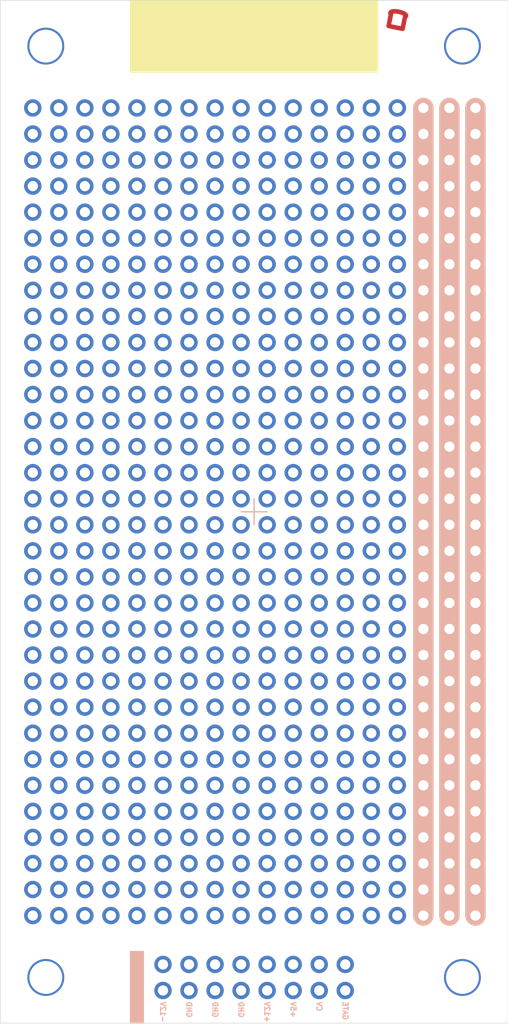
<source format=kicad_pcb>
(kicad_pcb (version 20171130) (host pcbnew 5.1.7-a382d34a8~87~ubuntu16.04.1)

  (general
    (thickness 1.6)
    (drawings 25)
    (tracks 10)
    (zones 0)
    (modules 34)
    (nets 1)
  )

  (page A4)
  (layers
    (0 F.Cu signal)
    (31 B.Cu signal)
    (32 B.Adhes user)
    (33 F.Adhes user)
    (34 B.Paste user)
    (35 F.Paste user)
    (36 B.SilkS user)
    (37 F.SilkS user)
    (38 B.Mask user)
    (39 F.Mask user)
    (40 Dwgs.User user)
    (41 Cmts.User user)
    (42 Eco1.User user)
    (43 Eco2.User user)
    (44 Edge.Cuts user)
    (45 Margin user)
    (46 B.CrtYd user hide)
    (47 F.CrtYd user hide)
    (48 B.Fab user hide)
    (49 F.Fab user hide)
  )

  (setup
    (last_trace_width 0.25)
    (user_trace_width 1.75)
    (trace_clearance 0.2)
    (zone_clearance 0.508)
    (zone_45_only no)
    (trace_min 0.2)
    (via_size 0.8)
    (via_drill 0.4)
    (via_min_size 0.4)
    (via_min_drill 0.3)
    (uvia_size 0.3)
    (uvia_drill 0.1)
    (uvias_allowed no)
    (uvia_min_size 0.2)
    (uvia_min_drill 0.1)
    (edge_width 0.05)
    (segment_width 0.2)
    (pcb_text_width 0.3)
    (pcb_text_size 1.5 1.5)
    (mod_edge_width 0.12)
    (mod_text_size 1 1)
    (mod_text_width 0.15)
    (pad_size 1.7 1.7)
    (pad_drill 1)
    (pad_to_mask_clearance 0.051)
    (solder_mask_min_width 0.25)
    (aux_axis_origin 0 0)
    (visible_elements FFFFFF7F)
    (pcbplotparams
      (layerselection 0x010f0_ffffffff)
      (usegerberextensions false)
      (usegerberattributes false)
      (usegerberadvancedattributes false)
      (creategerberjobfile false)
      (excludeedgelayer true)
      (linewidth 0.150000)
      (plotframeref false)
      (viasonmask false)
      (mode 1)
      (useauxorigin false)
      (hpglpennumber 1)
      (hpglpenspeed 20)
      (hpglpendiameter 15.000000)
      (psnegative false)
      (psa4output false)
      (plotreference true)
      (plotvalue true)
      (plotinvisibletext false)
      (padsonsilk false)
      (subtractmaskfromsilk false)
      (outputformat 1)
      (mirror false)
      (drillshape 0)
      (scaleselection 1)
      (outputdirectory "Gerber Files/"))
  )

  (net 0 "")

  (net_class Default "This is the default net class."
    (clearance 0.2)
    (trace_width 0.25)
    (via_dia 0.8)
    (via_drill 0.4)
    (uvia_dia 0.3)
    (uvia_drill 0.1)
  )

  (module breakfast:toast_logo_small (layer F.Cu) (tedit 5EFCF227) (tstamp 5FF749E1)
    (at 38.735 1.905)
    (fp_text reference G*** (at 0 0) (layer F.SilkS) hide
      (effects (font (size 1.524 1.524) (thickness 0.3)))
    )
    (fp_text value LOGO (at 0.75 0) (layer F.SilkS) hide
      (effects (font (size 1.524 1.524) (thickness 0.3)))
    )
    (fp_poly (pts (xy -0.141651 -1.065431) (xy -0.016017 -1.053687) (xy 0.113376 -1.034518) (xy 0.244949 -1.00803)
      (xy 0.377121 -0.97433) (xy 0.388815 -0.970998) (xy 0.501468 -0.935596) (xy 0.604327 -0.8967)
      (xy 0.701582 -0.852703) (xy 0.716138 -0.845468) (xy 0.779811 -0.811584) (xy 0.833532 -0.778494)
      (xy 0.881043 -0.743584) (xy 0.926085 -0.704242) (xy 0.946122 -0.684818) (xy 0.977793 -0.651833)
      (xy 1.001378 -0.623338) (xy 1.019984 -0.595232) (xy 1.034316 -0.568358) (xy 1.046147 -0.543783)
      (xy 1.053987 -0.524717) (xy 1.058658 -0.507062) (xy 1.060981 -0.486719) (xy 1.061775 -0.459589)
      (xy 1.061861 -0.430774) (xy 1.061609 -0.394687) (xy 1.060404 -0.368754) (xy 1.057569 -0.349018)
      (xy 1.052428 -0.331524) (xy 1.044306 -0.312317) (xy 1.04006 -0.303248) (xy 1.023673 -0.2741)
      (xy 1.001829 -0.242229) (xy 0.979704 -0.215054) (xy 0.941149 -0.172862) (xy 0.832969 0.372733)
      (xy 0.811333 0.481479) (xy 0.792157 0.577034) (xy 0.775293 0.660077) (xy 0.760595 0.731286)
      (xy 0.747918 0.791339) (xy 0.737114 0.840914) (xy 0.728037 0.88069) (xy 0.72054 0.911343)
      (xy 0.714477 0.933553) (xy 0.709702 0.947998) (xy 0.707713 0.952597) (xy 0.681758 0.991303)
      (xy 0.646377 1.025466) (xy 0.606256 1.050631) (xy 0.603006 1.052112) (xy 0.592596 1.056663)
      (xy 0.582651 1.060573) (xy 0.572339 1.063717) (xy 0.560825 1.065971) (xy 0.547274 1.067212)
      (xy 0.530852 1.067316) (xy 0.510724 1.066159) (xy 0.486057 1.063618) (xy 0.456016 1.059568)
      (xy 0.419766 1.053886) (xy 0.376474 1.046448) (xy 0.325305 1.03713) (xy 0.265424 1.025809)
      (xy 0.195997 1.01236) (xy 0.11619 0.99666) (xy 0.025169 0.978585) (xy -0.077902 0.958012)
      (xy -0.193855 0.934816) (xy -0.211667 0.931252) (xy -0.345886 0.904306) (xy -0.466343 0.879938)
      (xy -0.573145 0.858125) (xy -0.666399 0.838845) (xy -0.746213 0.822074) (xy -0.812693 0.80779)
      (xy -0.865947 0.79597) (xy -0.906083 0.786591) (xy -0.933207 0.779631) (xy -0.947427 0.775066)
      (xy -0.947953 0.774831) (xy -0.989173 0.74824) (xy -1.023553 0.711403) (xy -1.049211 0.667286)
      (xy -1.064262 0.618853) (xy -1.067464 0.586592) (xy -1.066174 0.574586) (xy -1.062306 0.549877)
      (xy -1.056073 0.513595) (xy -1.047685 0.466869) (xy -1.037352 0.410828) (xy -1.035656 0.401797)
      (xy -0.59479 0.401797) (xy -0.592376 0.404429) (xy -0.583979 0.407963) (xy -0.568792 0.41258)
      (xy -0.54601 0.418458) (xy -0.514825 0.425776) (xy -0.47443 0.434716) (xy -0.42402 0.445455)
      (xy -0.362788 0.458174) (xy -0.289926 0.473052) (xy -0.204628 0.490269) (xy -0.130528 0.50512)
      (xy -0.051491 0.52092) (xy 0.023463 0.535898) (xy 0.09319 0.549825) (xy 0.156544 0.562474)
      (xy 0.212381 0.573614) (xy 0.259556 0.583019) (xy 0.296925 0.59046) (xy 0.323343 0.595709)
      (xy 0.337666 0.598537) (xy 0.339955 0.598975) (xy 0.345679 0.593914) (xy 0.348403 0.587375)
      (xy 0.350357 0.57854) (xy 0.354827 0.557011) (xy 0.36158 0.523936) (xy 0.370387 0.480463)
      (xy 0.381016 0.427739) (xy 0.393236 0.366911) (xy 0.406816 0.299128) (xy 0.421525 0.225536)
      (xy 0.437132 0.147284) (xy 0.448074 0.092328) (xy 0.464279 0.011321) (xy 0.479913 -0.065979)
      (xy 0.494729 -0.1384) (xy 0.508478 -0.204772) (xy 0.520913 -0.263922) (xy 0.531786 -0.314679)
      (xy 0.540851 -0.355873) (xy 0.547858 -0.386332) (xy 0.552561 -0.404885) (xy 0.554278 -0.41003)
      (xy 0.561395 -0.424882) (xy 0.564442 -0.433404) (xy 0.564444 -0.433478) (xy 0.55831 -0.439021)
      (xy 0.541544 -0.448681) (xy 0.516602 -0.461297) (xy 0.48594 -0.475709) (xy 0.452014 -0.490757)
      (xy 0.417279 -0.50528) (xy 0.389418 -0.516171) (xy 0.269437 -0.555813) (xy 0.141038 -0.588239)
      (xy 0.00834 -0.612707) (xy -0.124537 -0.628478) (xy -0.253475 -0.634813) (xy -0.271596 -0.634904)
      (xy -0.318412 -0.634743) (xy -0.352924 -0.634081) (xy -0.376939 -0.632502) (xy -0.392264 -0.629594)
      (xy -0.400707 -0.624939) (xy -0.404074 -0.618125) (xy -0.404173 -0.608736) (xy -0.403748 -0.604575)
      (xy -0.404668 -0.594026) (xy -0.408148 -0.570814) (xy -0.413972 -0.536113) (xy -0.421925 -0.491095)
      (xy -0.431791 -0.436934) (xy -0.443356 -0.374803) (xy -0.456402 -0.305875) (xy -0.470716 -0.231322)
      (xy -0.486082 -0.152318) (xy -0.497298 -0.09525) (xy -0.513284 -0.014211) (xy -0.528478 0.062893)
      (xy -0.542656 0.134926) (xy -0.555596 0.200752) (xy -0.567075 0.259235) (xy -0.576869 0.309238)
      (xy -0.584757 0.349627) (xy -0.590515 0.379264) (xy -0.59392 0.397013) (xy -0.59479 0.401797)
      (xy -1.035656 0.401797) (xy -1.025287 0.346602) (xy -1.011699 0.275322) (xy -0.996799 0.198116)
      (xy -0.980798 0.116115) (xy -0.963908 0.030448) (xy -0.95985 0.009994) (xy -0.851814 -0.533872)
      (xy -0.870474 -0.580516) (xy -0.889282 -0.644453) (xy -0.894556 -0.706894) (xy -0.88686 -0.76697)
      (xy -0.866758 -0.823811) (xy -0.834814 -0.87655) (xy -0.791591 -0.924316) (xy -0.737653 -0.966241)
      (xy -0.673563 -1.001455) (xy -0.599886 -1.02909) (xy -0.575028 -1.036023) (xy -0.480216 -1.055046)
      (xy -0.37533 -1.066217) (xy -0.261949 -1.069643) (xy -0.141651 -1.065431)) (layer F.Cu) (width 0.01))
  )

  (module Connector_PinHeader_2.54mm:PinHeader_2x08_P2.54mm_Vertical (layer F.Cu) (tedit 5EEDD035) (tstamp 5EE93DD9)
    (at 15.875 96.52 90)
    (descr "Through hole straight pin header, 2x08, 2.54mm pitch, double rows")
    (tags "Through hole pin header THT 2x08 2.54mm double row")
    (fp_text reference REF** (at 1.27 -2.33 90) (layer F.SilkS) hide
      (effects (font (size 1 1) (thickness 0.15)))
    )
    (fp_text value PinHeader_2x08_P2.54mm_Vertical (at 1.27 20.11 90) (layer F.Fab) hide
      (effects (font (size 1 1) (thickness 0.15)))
    )
    (fp_line (start 4.35 -1.8) (end -1.8 -1.8) (layer F.CrtYd) (width 0.05))
    (fp_line (start 4.35 19.55) (end 4.35 -1.8) (layer F.CrtYd) (width 0.05))
    (fp_line (start -1.8 19.55) (end 4.35 19.55) (layer F.CrtYd) (width 0.05))
    (fp_line (start -1.8 -1.8) (end -1.8 19.55) (layer F.CrtYd) (width 0.05))
    (fp_line (start -1.27 0) (end 0 -1.27) (layer F.Fab) (width 0.1))
    (fp_line (start -1.27 19.05) (end -1.27 0) (layer F.Fab) (width 0.1))
    (fp_line (start 3.81 19.05) (end -1.27 19.05) (layer F.Fab) (width 0.1))
    (fp_line (start 3.81 -1.27) (end 3.81 19.05) (layer F.Fab) (width 0.1))
    (fp_line (start 0 -1.27) (end 3.81 -1.27) (layer F.Fab) (width 0.1))
    (fp_text user %R (at 1.27 8.89 180) (layer F.Fab)
      (effects (font (size 1 1) (thickness 0.15)))
    )
    (pad 16 thru_hole oval (at 2.54 17.78 90) (size 1.7 1.7) (drill 1) (layers *.Cu *.Mask))
    (pad 15 thru_hole oval (at 0 17.78 90) (size 1.7 1.7) (drill 1) (layers *.Cu *.Mask))
    (pad 14 thru_hole oval (at 2.54 15.24 90) (size 1.7 1.7) (drill 1) (layers *.Cu *.Mask))
    (pad 13 thru_hole oval (at 0 15.24 90) (size 1.7 1.7) (drill 1) (layers *.Cu *.Mask))
    (pad 12 thru_hole oval (at 2.54 12.7 90) (size 1.7 1.7) (drill 1) (layers *.Cu *.Mask))
    (pad 11 thru_hole oval (at 0 12.7 90) (size 1.7 1.7) (drill 1) (layers *.Cu *.Mask))
    (pad 10 thru_hole oval (at 2.54 10.16 90) (size 1.7 1.7) (drill 1) (layers *.Cu *.Mask))
    (pad 9 thru_hole oval (at 0 10.16 90) (size 1.7 1.7) (drill 1) (layers *.Cu *.Mask))
    (pad 8 thru_hole oval (at 2.54 7.62 90) (size 1.7 1.7) (drill 1) (layers *.Cu *.Mask))
    (pad 7 thru_hole oval (at 0 7.62 90) (size 1.7 1.7) (drill 1) (layers *.Cu *.Mask))
    (pad 6 thru_hole oval (at 2.54 5.08 90) (size 1.7 1.7) (drill 1) (layers *.Cu *.Mask))
    (pad 5 thru_hole oval (at 0 5.08 90) (size 1.7 1.7) (drill 1) (layers *.Cu *.Mask))
    (pad 4 thru_hole oval (at 2.54 2.54 90) (size 1.7 1.7) (drill 1) (layers *.Cu *.Mask))
    (pad 3 thru_hole oval (at 0 2.54 90) (size 1.7 1.7) (drill 1) (layers *.Cu *.Mask))
    (pad 2 thru_hole oval (at 2.54 0 90) (size 1.7 1.7) (drill 1) (layers *.Cu *.Mask))
    (pad 1 thru_hole oval (at 0 0 90) (size 1.7 1.7) (drill 1) (layers *.Cu *.Mask))
    (model ${KISYS3DMOD}/Connector_PinHeader_2.54mm.3dshapes/PinHeader_2x08_P2.54mm_Vertical.wrl
      (at (xyz 0 0 0))
      (scale (xyz 1 1 1))
      (rotate (xyz 0 0 0))
    )
  )

  (module Connector_PinHeader_2.54mm:PinHeader_1x18_P2.54mm_Vertical (layer F.Cu) (tedit 5EE93784) (tstamp 5EE953C1)
    (at 3.175 10.475 90)
    (descr "Through hole straight pin header, 1x18, 2.54mm pitch, single row")
    (tags "Through hole pin header THT 1x18 2.54mm single row")
    (fp_text reference REF** (at 0 -2.33 90) (layer F.SilkS) hide
      (effects (font (size 1 1) (thickness 0.15)))
    )
    (fp_text value PinHeader_1x18_P2.54mm_Vertical (at 0 45.51 90) (layer F.Fab) hide
      (effects (font (size 1 1) (thickness 0.15)))
    )
    (fp_line (start 1.8 -1.8) (end -1.8 -1.8) (layer F.CrtYd) (width 0.05))
    (fp_line (start 1.8 44.95) (end 1.8 -1.8) (layer F.CrtYd) (width 0.05))
    (fp_line (start -1.8 44.95) (end 1.8 44.95) (layer F.CrtYd) (width 0.05))
    (fp_line (start -1.8 -1.8) (end -1.8 44.95) (layer F.CrtYd) (width 0.05))
    (fp_line (start -1.27 -0.635) (end -0.635 -1.27) (layer F.Fab) (width 0.1))
    (fp_line (start -1.27 44.45) (end -1.27 -0.635) (layer F.Fab) (width 0.1))
    (fp_line (start 1.27 44.45) (end -1.27 44.45) (layer F.Fab) (width 0.1))
    (fp_line (start 1.27 -1.27) (end 1.27 44.45) (layer F.Fab) (width 0.1))
    (fp_line (start -0.635 -1.27) (end 1.27 -1.27) (layer F.Fab) (width 0.1))
    (fp_text user %R (at 0 21.59 180) (layer F.Fab)
      (effects (font (size 1 1) (thickness 0.15)))
    )
    (pad 18 thru_hole oval (at 0 43.18 90) (size 1.7 1.7) (drill 1) (layers *.Cu *.Mask))
    (pad 17 thru_hole oval (at 0 40.64 90) (size 1.7 1.7) (drill 1) (layers *.Cu *.Mask))
    (pad 16 thru_hole oval (at 0 38.1 90) (size 1.7 1.7) (drill 1) (layers *.Cu *.Mask))
    (pad 15 thru_hole oval (at 0 35.56 90) (size 1.7 1.7) (drill 1) (layers *.Cu *.Mask))
    (pad 14 thru_hole oval (at 0 33.02 90) (size 1.7 1.7) (drill 1) (layers *.Cu *.Mask))
    (pad 13 thru_hole oval (at 0 30.48 90) (size 1.7 1.7) (drill 1) (layers *.Cu *.Mask))
    (pad 12 thru_hole oval (at 0 27.94 90) (size 1.7 1.7) (drill 1) (layers *.Cu *.Mask))
    (pad 11 thru_hole oval (at 0 25.4 90) (size 1.7 1.7) (drill 1) (layers *.Cu *.Mask))
    (pad 10 thru_hole oval (at 0 22.86 90) (size 1.7 1.7) (drill 1) (layers *.Cu *.Mask))
    (pad 9 thru_hole oval (at 0 20.32 90) (size 1.7 1.7) (drill 1) (layers *.Cu *.Mask))
    (pad 8 thru_hole oval (at 0 17.78 90) (size 1.7 1.7) (drill 1) (layers *.Cu *.Mask))
    (pad 7 thru_hole oval (at 0 15.24 90) (size 1.7 1.7) (drill 1) (layers *.Cu *.Mask))
    (pad 6 thru_hole oval (at 0 12.7 90) (size 1.7 1.7) (drill 1) (layers *.Cu *.Mask))
    (pad 5 thru_hole oval (at 0 10.16 90) (size 1.7 1.7) (drill 1) (layers *.Cu *.Mask))
    (pad 4 thru_hole oval (at 0 7.62 90) (size 1.7 1.7) (drill 1) (layers *.Cu *.Mask))
    (pad 3 thru_hole oval (at 0 5.08 90) (size 1.7 1.7) (drill 1) (layers *.Cu *.Mask))
    (pad 2 thru_hole oval (at 0 2.54 90) (size 1.7 1.7) (drill 1) (layers *.Cu *.Mask))
    (pad 1 thru_hole oval (at 0 0 90) (size 1.7 1.7) (drill 1) (layers *.Cu *.Mask))
    (model ${KISYS3DMOD}/Connector_PinHeader_2.54mm.3dshapes/PinHeader_1x18_P2.54mm_Vertical.wrl
      (at (xyz 0 0 0))
      (scale (xyz 1 1 1))
      (rotate (xyz 0 0 0))
    )
  )

  (module Connector_PinHeader_2.54mm:PinHeader_1x18_P2.54mm_Vertical (layer F.Cu) (tedit 5EE93784) (tstamp 5EE952A7)
    (at 3.175 13.015 90)
    (descr "Through hole straight pin header, 1x18, 2.54mm pitch, single row")
    (tags "Through hole pin header THT 1x18 2.54mm single row")
    (fp_text reference REF** (at 0 -2.33 90) (layer F.SilkS) hide
      (effects (font (size 1 1) (thickness 0.15)))
    )
    (fp_text value PinHeader_1x18_P2.54mm_Vertical (at 0 45.51 90) (layer F.Fab) hide
      (effects (font (size 1 1) (thickness 0.15)))
    )
    (fp_line (start 1.8 -1.8) (end -1.8 -1.8) (layer F.CrtYd) (width 0.05))
    (fp_line (start 1.8 44.95) (end 1.8 -1.8) (layer F.CrtYd) (width 0.05))
    (fp_line (start -1.8 44.95) (end 1.8 44.95) (layer F.CrtYd) (width 0.05))
    (fp_line (start -1.8 -1.8) (end -1.8 44.95) (layer F.CrtYd) (width 0.05))
    (fp_line (start -1.27 -0.635) (end -0.635 -1.27) (layer F.Fab) (width 0.1))
    (fp_line (start -1.27 44.45) (end -1.27 -0.635) (layer F.Fab) (width 0.1))
    (fp_line (start 1.27 44.45) (end -1.27 44.45) (layer F.Fab) (width 0.1))
    (fp_line (start 1.27 -1.27) (end 1.27 44.45) (layer F.Fab) (width 0.1))
    (fp_line (start -0.635 -1.27) (end 1.27 -1.27) (layer F.Fab) (width 0.1))
    (fp_text user %R (at 0 21.59 180) (layer F.Fab)
      (effects (font (size 1 1) (thickness 0.15)))
    )
    (pad 18 thru_hole oval (at 0 43.18 90) (size 1.7 1.7) (drill 1) (layers *.Cu *.Mask))
    (pad 17 thru_hole oval (at 0 40.64 90) (size 1.7 1.7) (drill 1) (layers *.Cu *.Mask))
    (pad 16 thru_hole oval (at 0 38.1 90) (size 1.7 1.7) (drill 1) (layers *.Cu *.Mask))
    (pad 15 thru_hole oval (at 0 35.56 90) (size 1.7 1.7) (drill 1) (layers *.Cu *.Mask))
    (pad 14 thru_hole oval (at 0 33.02 90) (size 1.7 1.7) (drill 1) (layers *.Cu *.Mask))
    (pad 13 thru_hole oval (at 0 30.48 90) (size 1.7 1.7) (drill 1) (layers *.Cu *.Mask))
    (pad 12 thru_hole oval (at 0 27.94 90) (size 1.7 1.7) (drill 1) (layers *.Cu *.Mask))
    (pad 11 thru_hole oval (at 0 25.4 90) (size 1.7 1.7) (drill 1) (layers *.Cu *.Mask))
    (pad 10 thru_hole oval (at 0 22.86 90) (size 1.7 1.7) (drill 1) (layers *.Cu *.Mask))
    (pad 9 thru_hole oval (at 0 20.32 90) (size 1.7 1.7) (drill 1) (layers *.Cu *.Mask))
    (pad 8 thru_hole oval (at 0 17.78 90) (size 1.7 1.7) (drill 1) (layers *.Cu *.Mask))
    (pad 7 thru_hole oval (at 0 15.24 90) (size 1.7 1.7) (drill 1) (layers *.Cu *.Mask))
    (pad 6 thru_hole oval (at 0 12.7 90) (size 1.7 1.7) (drill 1) (layers *.Cu *.Mask))
    (pad 5 thru_hole oval (at 0 10.16 90) (size 1.7 1.7) (drill 1) (layers *.Cu *.Mask))
    (pad 4 thru_hole oval (at 0 7.62 90) (size 1.7 1.7) (drill 1) (layers *.Cu *.Mask))
    (pad 3 thru_hole oval (at 0 5.08 90) (size 1.7 1.7) (drill 1) (layers *.Cu *.Mask))
    (pad 2 thru_hole oval (at 0 2.54 90) (size 1.7 1.7) (drill 1) (layers *.Cu *.Mask))
    (pad 1 thru_hole oval (at 0 0 90) (size 1.7 1.7) (drill 1) (layers *.Cu *.Mask))
    (model ${KISYS3DMOD}/Connector_PinHeader_2.54mm.3dshapes/PinHeader_1x18_P2.54mm_Vertical.wrl
      (at (xyz 0 0 0))
      (scale (xyz 1 1 1))
      (rotate (xyz 0 0 0))
    )
  )

  (module Connector_PinHeader_2.54mm:PinHeader_1x18_P2.54mm_Vertical (layer F.Cu) (tedit 5EE93784) (tstamp 5EE95288)
    (at 3.175 25.715 90)
    (descr "Through hole straight pin header, 1x18, 2.54mm pitch, single row")
    (tags "Through hole pin header THT 1x18 2.54mm single row")
    (fp_text reference REF** (at 0 -2.33 90) (layer F.SilkS) hide
      (effects (font (size 1 1) (thickness 0.15)))
    )
    (fp_text value PinHeader_1x18_P2.54mm_Vertical (at 0 45.51 90) (layer F.Fab) hide
      (effects (font (size 1 1) (thickness 0.15)))
    )
    (fp_line (start 1.8 -1.8) (end -1.8 -1.8) (layer F.CrtYd) (width 0.05))
    (fp_line (start 1.8 44.95) (end 1.8 -1.8) (layer F.CrtYd) (width 0.05))
    (fp_line (start -1.8 44.95) (end 1.8 44.95) (layer F.CrtYd) (width 0.05))
    (fp_line (start -1.8 -1.8) (end -1.8 44.95) (layer F.CrtYd) (width 0.05))
    (fp_line (start -1.27 -0.635) (end -0.635 -1.27) (layer F.Fab) (width 0.1))
    (fp_line (start -1.27 44.45) (end -1.27 -0.635) (layer F.Fab) (width 0.1))
    (fp_line (start 1.27 44.45) (end -1.27 44.45) (layer F.Fab) (width 0.1))
    (fp_line (start 1.27 -1.27) (end 1.27 44.45) (layer F.Fab) (width 0.1))
    (fp_line (start -0.635 -1.27) (end 1.27 -1.27) (layer F.Fab) (width 0.1))
    (fp_text user %R (at 0 21.59 180) (layer F.Fab)
      (effects (font (size 1 1) (thickness 0.15)))
    )
    (pad 18 thru_hole oval (at 0 43.18 90) (size 1.7 1.7) (drill 1) (layers *.Cu *.Mask))
    (pad 17 thru_hole oval (at 0 40.64 90) (size 1.7 1.7) (drill 1) (layers *.Cu *.Mask))
    (pad 16 thru_hole oval (at 0 38.1 90) (size 1.7 1.7) (drill 1) (layers *.Cu *.Mask))
    (pad 15 thru_hole oval (at 0 35.56 90) (size 1.7 1.7) (drill 1) (layers *.Cu *.Mask))
    (pad 14 thru_hole oval (at 0 33.02 90) (size 1.7 1.7) (drill 1) (layers *.Cu *.Mask))
    (pad 13 thru_hole oval (at 0 30.48 90) (size 1.7 1.7) (drill 1) (layers *.Cu *.Mask))
    (pad 12 thru_hole oval (at 0 27.94 90) (size 1.7 1.7) (drill 1) (layers *.Cu *.Mask))
    (pad 11 thru_hole oval (at 0 25.4 90) (size 1.7 1.7) (drill 1) (layers *.Cu *.Mask))
    (pad 10 thru_hole oval (at 0 22.86 90) (size 1.7 1.7) (drill 1) (layers *.Cu *.Mask))
    (pad 9 thru_hole oval (at 0 20.32 90) (size 1.7 1.7) (drill 1) (layers *.Cu *.Mask))
    (pad 8 thru_hole oval (at 0 17.78 90) (size 1.7 1.7) (drill 1) (layers *.Cu *.Mask))
    (pad 7 thru_hole oval (at 0 15.24 90) (size 1.7 1.7) (drill 1) (layers *.Cu *.Mask))
    (pad 6 thru_hole oval (at 0 12.7 90) (size 1.7 1.7) (drill 1) (layers *.Cu *.Mask))
    (pad 5 thru_hole oval (at 0 10.16 90) (size 1.7 1.7) (drill 1) (layers *.Cu *.Mask))
    (pad 4 thru_hole oval (at 0 7.62 90) (size 1.7 1.7) (drill 1) (layers *.Cu *.Mask))
    (pad 3 thru_hole oval (at 0 5.08 90) (size 1.7 1.7) (drill 1) (layers *.Cu *.Mask))
    (pad 2 thru_hole oval (at 0 2.54 90) (size 1.7 1.7) (drill 1) (layers *.Cu *.Mask))
    (pad 1 thru_hole oval (at 0 0 90) (size 1.7 1.7) (drill 1) (layers *.Cu *.Mask))
    (model ${KISYS3DMOD}/Connector_PinHeader_2.54mm.3dshapes/PinHeader_1x18_P2.54mm_Vertical.wrl
      (at (xyz 0 0 0))
      (scale (xyz 1 1 1))
      (rotate (xyz 0 0 0))
    )
  )

  (module Connector_PinHeader_2.54mm:PinHeader_1x18_P2.54mm_Vertical (layer F.Cu) (tedit 5EE93784) (tstamp 5EE95269)
    (at 3.175 23.175 90)
    (descr "Through hole straight pin header, 1x18, 2.54mm pitch, single row")
    (tags "Through hole pin header THT 1x18 2.54mm single row")
    (fp_text reference REF** (at 0 -2.33 90) (layer F.SilkS) hide
      (effects (font (size 1 1) (thickness 0.15)))
    )
    (fp_text value PinHeader_1x18_P2.54mm_Vertical (at 0 45.51 90) (layer F.Fab) hide
      (effects (font (size 1 1) (thickness 0.15)))
    )
    (fp_line (start -0.635 -1.27) (end 1.27 -1.27) (layer F.Fab) (width 0.1))
    (fp_line (start 1.27 -1.27) (end 1.27 44.45) (layer F.Fab) (width 0.1))
    (fp_line (start 1.27 44.45) (end -1.27 44.45) (layer F.Fab) (width 0.1))
    (fp_line (start -1.27 44.45) (end -1.27 -0.635) (layer F.Fab) (width 0.1))
    (fp_line (start -1.27 -0.635) (end -0.635 -1.27) (layer F.Fab) (width 0.1))
    (fp_line (start -1.8 -1.8) (end -1.8 44.95) (layer F.CrtYd) (width 0.05))
    (fp_line (start -1.8 44.95) (end 1.8 44.95) (layer F.CrtYd) (width 0.05))
    (fp_line (start 1.8 44.95) (end 1.8 -1.8) (layer F.CrtYd) (width 0.05))
    (fp_line (start 1.8 -1.8) (end -1.8 -1.8) (layer F.CrtYd) (width 0.05))
    (fp_text user %R (at 0 21.59 180) (layer F.Fab)
      (effects (font (size 1 1) (thickness 0.15)))
    )
    (pad 1 thru_hole oval (at 0 0 90) (size 1.7 1.7) (drill 1) (layers *.Cu *.Mask))
    (pad 2 thru_hole oval (at 0 2.54 90) (size 1.7 1.7) (drill 1) (layers *.Cu *.Mask))
    (pad 3 thru_hole oval (at 0 5.08 90) (size 1.7 1.7) (drill 1) (layers *.Cu *.Mask))
    (pad 4 thru_hole oval (at 0 7.62 90) (size 1.7 1.7) (drill 1) (layers *.Cu *.Mask))
    (pad 5 thru_hole oval (at 0 10.16 90) (size 1.7 1.7) (drill 1) (layers *.Cu *.Mask))
    (pad 6 thru_hole oval (at 0 12.7 90) (size 1.7 1.7) (drill 1) (layers *.Cu *.Mask))
    (pad 7 thru_hole oval (at 0 15.24 90) (size 1.7 1.7) (drill 1) (layers *.Cu *.Mask))
    (pad 8 thru_hole oval (at 0 17.78 90) (size 1.7 1.7) (drill 1) (layers *.Cu *.Mask))
    (pad 9 thru_hole oval (at 0 20.32 90) (size 1.7 1.7) (drill 1) (layers *.Cu *.Mask))
    (pad 10 thru_hole oval (at 0 22.86 90) (size 1.7 1.7) (drill 1) (layers *.Cu *.Mask))
    (pad 11 thru_hole oval (at 0 25.4 90) (size 1.7 1.7) (drill 1) (layers *.Cu *.Mask))
    (pad 12 thru_hole oval (at 0 27.94 90) (size 1.7 1.7) (drill 1) (layers *.Cu *.Mask))
    (pad 13 thru_hole oval (at 0 30.48 90) (size 1.7 1.7) (drill 1) (layers *.Cu *.Mask))
    (pad 14 thru_hole oval (at 0 33.02 90) (size 1.7 1.7) (drill 1) (layers *.Cu *.Mask))
    (pad 15 thru_hole oval (at 0 35.56 90) (size 1.7 1.7) (drill 1) (layers *.Cu *.Mask))
    (pad 16 thru_hole oval (at 0 38.1 90) (size 1.7 1.7) (drill 1) (layers *.Cu *.Mask))
    (pad 17 thru_hole oval (at 0 40.64 90) (size 1.7 1.7) (drill 1) (layers *.Cu *.Mask))
    (pad 18 thru_hole oval (at 0 43.18 90) (size 1.7 1.7) (drill 1) (layers *.Cu *.Mask))
    (model ${KISYS3DMOD}/Connector_PinHeader_2.54mm.3dshapes/PinHeader_1x18_P2.54mm_Vertical.wrl
      (at (xyz 0 0 0))
      (scale (xyz 1 1 1))
      (rotate (xyz 0 0 0))
    )
  )

  (module Connector_PinHeader_2.54mm:PinHeader_1x18_P2.54mm_Vertical (layer F.Cu) (tedit 5EE93784) (tstamp 5EE9524A)
    (at 3.175 15.555 90)
    (descr "Through hole straight pin header, 1x18, 2.54mm pitch, single row")
    (tags "Through hole pin header THT 1x18 2.54mm single row")
    (fp_text reference REF** (at 0 -2.33 90) (layer F.SilkS) hide
      (effects (font (size 1 1) (thickness 0.15)))
    )
    (fp_text value PinHeader_1x18_P2.54mm_Vertical (at 0 45.51 90) (layer F.Fab) hide
      (effects (font (size 1 1) (thickness 0.15)))
    )
    (fp_line (start -0.635 -1.27) (end 1.27 -1.27) (layer F.Fab) (width 0.1))
    (fp_line (start 1.27 -1.27) (end 1.27 44.45) (layer F.Fab) (width 0.1))
    (fp_line (start 1.27 44.45) (end -1.27 44.45) (layer F.Fab) (width 0.1))
    (fp_line (start -1.27 44.45) (end -1.27 -0.635) (layer F.Fab) (width 0.1))
    (fp_line (start -1.27 -0.635) (end -0.635 -1.27) (layer F.Fab) (width 0.1))
    (fp_line (start -1.8 -1.8) (end -1.8 44.95) (layer F.CrtYd) (width 0.05))
    (fp_line (start -1.8 44.95) (end 1.8 44.95) (layer F.CrtYd) (width 0.05))
    (fp_line (start 1.8 44.95) (end 1.8 -1.8) (layer F.CrtYd) (width 0.05))
    (fp_line (start 1.8 -1.8) (end -1.8 -1.8) (layer F.CrtYd) (width 0.05))
    (fp_text user %R (at 0 21.59 180) (layer F.Fab)
      (effects (font (size 1 1) (thickness 0.15)))
    )
    (pad 1 thru_hole oval (at 0 0 90) (size 1.7 1.7) (drill 1) (layers *.Cu *.Mask))
    (pad 2 thru_hole oval (at 0 2.54 90) (size 1.7 1.7) (drill 1) (layers *.Cu *.Mask))
    (pad 3 thru_hole oval (at 0 5.08 90) (size 1.7 1.7) (drill 1) (layers *.Cu *.Mask))
    (pad 4 thru_hole oval (at 0 7.62 90) (size 1.7 1.7) (drill 1) (layers *.Cu *.Mask))
    (pad 5 thru_hole oval (at 0 10.16 90) (size 1.7 1.7) (drill 1) (layers *.Cu *.Mask))
    (pad 6 thru_hole oval (at 0 12.7 90) (size 1.7 1.7) (drill 1) (layers *.Cu *.Mask))
    (pad 7 thru_hole oval (at 0 15.24 90) (size 1.7 1.7) (drill 1) (layers *.Cu *.Mask))
    (pad 8 thru_hole oval (at 0 17.78 90) (size 1.7 1.7) (drill 1) (layers *.Cu *.Mask))
    (pad 9 thru_hole oval (at 0 20.32 90) (size 1.7 1.7) (drill 1) (layers *.Cu *.Mask))
    (pad 10 thru_hole oval (at 0 22.86 90) (size 1.7 1.7) (drill 1) (layers *.Cu *.Mask))
    (pad 11 thru_hole oval (at 0 25.4 90) (size 1.7 1.7) (drill 1) (layers *.Cu *.Mask))
    (pad 12 thru_hole oval (at 0 27.94 90) (size 1.7 1.7) (drill 1) (layers *.Cu *.Mask))
    (pad 13 thru_hole oval (at 0 30.48 90) (size 1.7 1.7) (drill 1) (layers *.Cu *.Mask))
    (pad 14 thru_hole oval (at 0 33.02 90) (size 1.7 1.7) (drill 1) (layers *.Cu *.Mask))
    (pad 15 thru_hole oval (at 0 35.56 90) (size 1.7 1.7) (drill 1) (layers *.Cu *.Mask))
    (pad 16 thru_hole oval (at 0 38.1 90) (size 1.7 1.7) (drill 1) (layers *.Cu *.Mask))
    (pad 17 thru_hole oval (at 0 40.64 90) (size 1.7 1.7) (drill 1) (layers *.Cu *.Mask))
    (pad 18 thru_hole oval (at 0 43.18 90) (size 1.7 1.7) (drill 1) (layers *.Cu *.Mask))
    (model ${KISYS3DMOD}/Connector_PinHeader_2.54mm.3dshapes/PinHeader_1x18_P2.54mm_Vertical.wrl
      (at (xyz 0 0 0))
      (scale (xyz 1 1 1))
      (rotate (xyz 0 0 0))
    )
  )

  (module Connector_PinHeader_2.54mm:PinHeader_1x18_P2.54mm_Vertical (layer F.Cu) (tedit 5EE93784) (tstamp 5EE9522B)
    (at 3.175 18.095 90)
    (descr "Through hole straight pin header, 1x18, 2.54mm pitch, single row")
    (tags "Through hole pin header THT 1x18 2.54mm single row")
    (fp_text reference REF** (at 0 -2.33 90) (layer F.SilkS) hide
      (effects (font (size 1 1) (thickness 0.15)))
    )
    (fp_text value PinHeader_1x18_P2.54mm_Vertical (at 0 45.51 90) (layer F.Fab) hide
      (effects (font (size 1 1) (thickness 0.15)))
    )
    (fp_line (start -0.635 -1.27) (end 1.27 -1.27) (layer F.Fab) (width 0.1))
    (fp_line (start 1.27 -1.27) (end 1.27 44.45) (layer F.Fab) (width 0.1))
    (fp_line (start 1.27 44.45) (end -1.27 44.45) (layer F.Fab) (width 0.1))
    (fp_line (start -1.27 44.45) (end -1.27 -0.635) (layer F.Fab) (width 0.1))
    (fp_line (start -1.27 -0.635) (end -0.635 -1.27) (layer F.Fab) (width 0.1))
    (fp_line (start -1.8 -1.8) (end -1.8 44.95) (layer F.CrtYd) (width 0.05))
    (fp_line (start -1.8 44.95) (end 1.8 44.95) (layer F.CrtYd) (width 0.05))
    (fp_line (start 1.8 44.95) (end 1.8 -1.8) (layer F.CrtYd) (width 0.05))
    (fp_line (start 1.8 -1.8) (end -1.8 -1.8) (layer F.CrtYd) (width 0.05))
    (fp_text user %R (at 0 21.59 180) (layer F.Fab)
      (effects (font (size 1 1) (thickness 0.15)))
    )
    (pad 1 thru_hole oval (at 0 0 90) (size 1.7 1.7) (drill 1) (layers *.Cu *.Mask))
    (pad 2 thru_hole oval (at 0 2.54 90) (size 1.7 1.7) (drill 1) (layers *.Cu *.Mask))
    (pad 3 thru_hole oval (at 0 5.08 90) (size 1.7 1.7) (drill 1) (layers *.Cu *.Mask))
    (pad 4 thru_hole oval (at 0 7.62 90) (size 1.7 1.7) (drill 1) (layers *.Cu *.Mask))
    (pad 5 thru_hole oval (at 0 10.16 90) (size 1.7 1.7) (drill 1) (layers *.Cu *.Mask))
    (pad 6 thru_hole oval (at 0 12.7 90) (size 1.7 1.7) (drill 1) (layers *.Cu *.Mask))
    (pad 7 thru_hole oval (at 0 15.24 90) (size 1.7 1.7) (drill 1) (layers *.Cu *.Mask))
    (pad 8 thru_hole oval (at 0 17.78 90) (size 1.7 1.7) (drill 1) (layers *.Cu *.Mask))
    (pad 9 thru_hole oval (at 0 20.32 90) (size 1.7 1.7) (drill 1) (layers *.Cu *.Mask))
    (pad 10 thru_hole oval (at 0 22.86 90) (size 1.7 1.7) (drill 1) (layers *.Cu *.Mask))
    (pad 11 thru_hole oval (at 0 25.4 90) (size 1.7 1.7) (drill 1) (layers *.Cu *.Mask))
    (pad 12 thru_hole oval (at 0 27.94 90) (size 1.7 1.7) (drill 1) (layers *.Cu *.Mask))
    (pad 13 thru_hole oval (at 0 30.48 90) (size 1.7 1.7) (drill 1) (layers *.Cu *.Mask))
    (pad 14 thru_hole oval (at 0 33.02 90) (size 1.7 1.7) (drill 1) (layers *.Cu *.Mask))
    (pad 15 thru_hole oval (at 0 35.56 90) (size 1.7 1.7) (drill 1) (layers *.Cu *.Mask))
    (pad 16 thru_hole oval (at 0 38.1 90) (size 1.7 1.7) (drill 1) (layers *.Cu *.Mask))
    (pad 17 thru_hole oval (at 0 40.64 90) (size 1.7 1.7) (drill 1) (layers *.Cu *.Mask))
    (pad 18 thru_hole oval (at 0 43.18 90) (size 1.7 1.7) (drill 1) (layers *.Cu *.Mask))
    (model ${KISYS3DMOD}/Connector_PinHeader_2.54mm.3dshapes/PinHeader_1x18_P2.54mm_Vertical.wrl
      (at (xyz 0 0 0))
      (scale (xyz 1 1 1))
      (rotate (xyz 0 0 0))
    )
  )

  (module Connector_PinHeader_2.54mm:PinHeader_1x18_P2.54mm_Vertical (layer F.Cu) (tedit 5EE93784) (tstamp 5EE9520C)
    (at 3.175 20.635 90)
    (descr "Through hole straight pin header, 1x18, 2.54mm pitch, single row")
    (tags "Through hole pin header THT 1x18 2.54mm single row")
    (fp_text reference REF** (at 0 -2.33 90) (layer F.SilkS) hide
      (effects (font (size 1 1) (thickness 0.15)))
    )
    (fp_text value PinHeader_1x18_P2.54mm_Vertical (at 0 45.51 90) (layer F.Fab) hide
      (effects (font (size 1 1) (thickness 0.15)))
    )
    (fp_line (start 1.8 -1.8) (end -1.8 -1.8) (layer F.CrtYd) (width 0.05))
    (fp_line (start 1.8 44.95) (end 1.8 -1.8) (layer F.CrtYd) (width 0.05))
    (fp_line (start -1.8 44.95) (end 1.8 44.95) (layer F.CrtYd) (width 0.05))
    (fp_line (start -1.8 -1.8) (end -1.8 44.95) (layer F.CrtYd) (width 0.05))
    (fp_line (start -1.27 -0.635) (end -0.635 -1.27) (layer F.Fab) (width 0.1))
    (fp_line (start -1.27 44.45) (end -1.27 -0.635) (layer F.Fab) (width 0.1))
    (fp_line (start 1.27 44.45) (end -1.27 44.45) (layer F.Fab) (width 0.1))
    (fp_line (start 1.27 -1.27) (end 1.27 44.45) (layer F.Fab) (width 0.1))
    (fp_line (start -0.635 -1.27) (end 1.27 -1.27) (layer F.Fab) (width 0.1))
    (fp_text user %R (at 0 21.59 180) (layer F.Fab)
      (effects (font (size 1 1) (thickness 0.15)))
    )
    (pad 18 thru_hole oval (at 0 43.18 90) (size 1.7 1.7) (drill 1) (layers *.Cu *.Mask))
    (pad 17 thru_hole oval (at 0 40.64 90) (size 1.7 1.7) (drill 1) (layers *.Cu *.Mask))
    (pad 16 thru_hole oval (at 0 38.1 90) (size 1.7 1.7) (drill 1) (layers *.Cu *.Mask))
    (pad 15 thru_hole oval (at 0 35.56 90) (size 1.7 1.7) (drill 1) (layers *.Cu *.Mask))
    (pad 14 thru_hole oval (at 0 33.02 90) (size 1.7 1.7) (drill 1) (layers *.Cu *.Mask))
    (pad 13 thru_hole oval (at 0 30.48 90) (size 1.7 1.7) (drill 1) (layers *.Cu *.Mask))
    (pad 12 thru_hole oval (at 0 27.94 90) (size 1.7 1.7) (drill 1) (layers *.Cu *.Mask))
    (pad 11 thru_hole oval (at 0 25.4 90) (size 1.7 1.7) (drill 1) (layers *.Cu *.Mask))
    (pad 10 thru_hole oval (at 0 22.86 90) (size 1.7 1.7) (drill 1) (layers *.Cu *.Mask))
    (pad 9 thru_hole oval (at 0 20.32 90) (size 1.7 1.7) (drill 1) (layers *.Cu *.Mask))
    (pad 8 thru_hole oval (at 0 17.78 90) (size 1.7 1.7) (drill 1) (layers *.Cu *.Mask))
    (pad 7 thru_hole oval (at 0 15.24 90) (size 1.7 1.7) (drill 1) (layers *.Cu *.Mask))
    (pad 6 thru_hole oval (at 0 12.7 90) (size 1.7 1.7) (drill 1) (layers *.Cu *.Mask))
    (pad 5 thru_hole oval (at 0 10.16 90) (size 1.7 1.7) (drill 1) (layers *.Cu *.Mask))
    (pad 4 thru_hole oval (at 0 7.62 90) (size 1.7 1.7) (drill 1) (layers *.Cu *.Mask))
    (pad 3 thru_hole oval (at 0 5.08 90) (size 1.7 1.7) (drill 1) (layers *.Cu *.Mask))
    (pad 2 thru_hole oval (at 0 2.54 90) (size 1.7 1.7) (drill 1) (layers *.Cu *.Mask))
    (pad 1 thru_hole oval (at 0 0 90) (size 1.7 1.7) (drill 1) (layers *.Cu *.Mask))
    (model ${KISYS3DMOD}/Connector_PinHeader_2.54mm.3dshapes/PinHeader_1x18_P2.54mm_Vertical.wrl
      (at (xyz 0 0 0))
      (scale (xyz 1 1 1))
      (rotate (xyz 0 0 0))
    )
  )

  (module Connector_PinHeader_2.54mm:PinHeader_1x18_P2.54mm_Vertical (layer F.Cu) (tedit 5EE93784) (tstamp 5EE951ED)
    (at 3.175 28.255 90)
    (descr "Through hole straight pin header, 1x18, 2.54mm pitch, single row")
    (tags "Through hole pin header THT 1x18 2.54mm single row")
    (fp_text reference REF** (at 0 -2.33 90) (layer F.SilkS) hide
      (effects (font (size 1 1) (thickness 0.15)))
    )
    (fp_text value PinHeader_1x18_P2.54mm_Vertical (at 0 45.51 90) (layer F.Fab) hide
      (effects (font (size 1 1) (thickness 0.15)))
    )
    (fp_line (start 1.8 -1.8) (end -1.8 -1.8) (layer F.CrtYd) (width 0.05))
    (fp_line (start 1.8 44.95) (end 1.8 -1.8) (layer F.CrtYd) (width 0.05))
    (fp_line (start -1.8 44.95) (end 1.8 44.95) (layer F.CrtYd) (width 0.05))
    (fp_line (start -1.8 -1.8) (end -1.8 44.95) (layer F.CrtYd) (width 0.05))
    (fp_line (start -1.27 -0.635) (end -0.635 -1.27) (layer F.Fab) (width 0.1))
    (fp_line (start -1.27 44.45) (end -1.27 -0.635) (layer F.Fab) (width 0.1))
    (fp_line (start 1.27 44.45) (end -1.27 44.45) (layer F.Fab) (width 0.1))
    (fp_line (start 1.27 -1.27) (end 1.27 44.45) (layer F.Fab) (width 0.1))
    (fp_line (start -0.635 -1.27) (end 1.27 -1.27) (layer F.Fab) (width 0.1))
    (fp_text user %R (at 0 21.59 180) (layer F.Fab)
      (effects (font (size 1 1) (thickness 0.15)))
    )
    (pad 18 thru_hole oval (at 0 43.18 90) (size 1.7 1.7) (drill 1) (layers *.Cu *.Mask))
    (pad 17 thru_hole oval (at 0 40.64 90) (size 1.7 1.7) (drill 1) (layers *.Cu *.Mask))
    (pad 16 thru_hole oval (at 0 38.1 90) (size 1.7 1.7) (drill 1) (layers *.Cu *.Mask))
    (pad 15 thru_hole oval (at 0 35.56 90) (size 1.7 1.7) (drill 1) (layers *.Cu *.Mask))
    (pad 14 thru_hole oval (at 0 33.02 90) (size 1.7 1.7) (drill 1) (layers *.Cu *.Mask))
    (pad 13 thru_hole oval (at 0 30.48 90) (size 1.7 1.7) (drill 1) (layers *.Cu *.Mask))
    (pad 12 thru_hole oval (at 0 27.94 90) (size 1.7 1.7) (drill 1) (layers *.Cu *.Mask))
    (pad 11 thru_hole oval (at 0 25.4 90) (size 1.7 1.7) (drill 1) (layers *.Cu *.Mask))
    (pad 10 thru_hole oval (at 0 22.86 90) (size 1.7 1.7) (drill 1) (layers *.Cu *.Mask))
    (pad 9 thru_hole oval (at 0 20.32 90) (size 1.7 1.7) (drill 1) (layers *.Cu *.Mask))
    (pad 8 thru_hole oval (at 0 17.78 90) (size 1.7 1.7) (drill 1) (layers *.Cu *.Mask))
    (pad 7 thru_hole oval (at 0 15.24 90) (size 1.7 1.7) (drill 1) (layers *.Cu *.Mask))
    (pad 6 thru_hole oval (at 0 12.7 90) (size 1.7 1.7) (drill 1) (layers *.Cu *.Mask))
    (pad 5 thru_hole oval (at 0 10.16 90) (size 1.7 1.7) (drill 1) (layers *.Cu *.Mask))
    (pad 4 thru_hole oval (at 0 7.62 90) (size 1.7 1.7) (drill 1) (layers *.Cu *.Mask))
    (pad 3 thru_hole oval (at 0 5.08 90) (size 1.7 1.7) (drill 1) (layers *.Cu *.Mask))
    (pad 2 thru_hole oval (at 0 2.54 90) (size 1.7 1.7) (drill 1) (layers *.Cu *.Mask))
    (pad 1 thru_hole oval (at 0 0 90) (size 1.7 1.7) (drill 1) (layers *.Cu *.Mask))
    (model ${KISYS3DMOD}/Connector_PinHeader_2.54mm.3dshapes/PinHeader_1x18_P2.54mm_Vertical.wrl
      (at (xyz 0 0 0))
      (scale (xyz 1 1 1))
      (rotate (xyz 0 0 0))
    )
  )

  (module Connector_PinHeader_2.54mm:PinHeader_1x18_P2.54mm_Vertical (layer F.Cu) (tedit 5EE93784) (tstamp 5EE951CE)
    (at 3.175 30.795 90)
    (descr "Through hole straight pin header, 1x18, 2.54mm pitch, single row")
    (tags "Through hole pin header THT 1x18 2.54mm single row")
    (fp_text reference REF** (at 0 -2.33 90) (layer F.SilkS) hide
      (effects (font (size 1 1) (thickness 0.15)))
    )
    (fp_text value PinHeader_1x18_P2.54mm_Vertical (at 0 45.51 90) (layer F.Fab) hide
      (effects (font (size 1 1) (thickness 0.15)))
    )
    (fp_line (start -0.635 -1.27) (end 1.27 -1.27) (layer F.Fab) (width 0.1))
    (fp_line (start 1.27 -1.27) (end 1.27 44.45) (layer F.Fab) (width 0.1))
    (fp_line (start 1.27 44.45) (end -1.27 44.45) (layer F.Fab) (width 0.1))
    (fp_line (start -1.27 44.45) (end -1.27 -0.635) (layer F.Fab) (width 0.1))
    (fp_line (start -1.27 -0.635) (end -0.635 -1.27) (layer F.Fab) (width 0.1))
    (fp_line (start -1.8 -1.8) (end -1.8 44.95) (layer F.CrtYd) (width 0.05))
    (fp_line (start -1.8 44.95) (end 1.8 44.95) (layer F.CrtYd) (width 0.05))
    (fp_line (start 1.8 44.95) (end 1.8 -1.8) (layer F.CrtYd) (width 0.05))
    (fp_line (start 1.8 -1.8) (end -1.8 -1.8) (layer F.CrtYd) (width 0.05))
    (fp_text user %R (at 0 21.59 180) (layer F.Fab)
      (effects (font (size 1 1) (thickness 0.15)))
    )
    (pad 1 thru_hole oval (at 0 0 90) (size 1.7 1.7) (drill 1) (layers *.Cu *.Mask))
    (pad 2 thru_hole oval (at 0 2.54 90) (size 1.7 1.7) (drill 1) (layers *.Cu *.Mask))
    (pad 3 thru_hole oval (at 0 5.08 90) (size 1.7 1.7) (drill 1) (layers *.Cu *.Mask))
    (pad 4 thru_hole oval (at 0 7.62 90) (size 1.7 1.7) (drill 1) (layers *.Cu *.Mask))
    (pad 5 thru_hole oval (at 0 10.16 90) (size 1.7 1.7) (drill 1) (layers *.Cu *.Mask))
    (pad 6 thru_hole oval (at 0 12.7 90) (size 1.7 1.7) (drill 1) (layers *.Cu *.Mask))
    (pad 7 thru_hole oval (at 0 15.24 90) (size 1.7 1.7) (drill 1) (layers *.Cu *.Mask))
    (pad 8 thru_hole oval (at 0 17.78 90) (size 1.7 1.7) (drill 1) (layers *.Cu *.Mask))
    (pad 9 thru_hole oval (at 0 20.32 90) (size 1.7 1.7) (drill 1) (layers *.Cu *.Mask))
    (pad 10 thru_hole oval (at 0 22.86 90) (size 1.7 1.7) (drill 1) (layers *.Cu *.Mask))
    (pad 11 thru_hole oval (at 0 25.4 90) (size 1.7 1.7) (drill 1) (layers *.Cu *.Mask))
    (pad 12 thru_hole oval (at 0 27.94 90) (size 1.7 1.7) (drill 1) (layers *.Cu *.Mask))
    (pad 13 thru_hole oval (at 0 30.48 90) (size 1.7 1.7) (drill 1) (layers *.Cu *.Mask))
    (pad 14 thru_hole oval (at 0 33.02 90) (size 1.7 1.7) (drill 1) (layers *.Cu *.Mask))
    (pad 15 thru_hole oval (at 0 35.56 90) (size 1.7 1.7) (drill 1) (layers *.Cu *.Mask))
    (pad 16 thru_hole oval (at 0 38.1 90) (size 1.7 1.7) (drill 1) (layers *.Cu *.Mask))
    (pad 17 thru_hole oval (at 0 40.64 90) (size 1.7 1.7) (drill 1) (layers *.Cu *.Mask))
    (pad 18 thru_hole oval (at 0 43.18 90) (size 1.7 1.7) (drill 1) (layers *.Cu *.Mask))
    (model ${KISYS3DMOD}/Connector_PinHeader_2.54mm.3dshapes/PinHeader_1x18_P2.54mm_Vertical.wrl
      (at (xyz 0 0 0))
      (scale (xyz 1 1 1))
      (rotate (xyz 0 0 0))
    )
  )

  (module Connector_PinHeader_2.54mm:PinHeader_1x18_P2.54mm_Vertical (layer F.Cu) (tedit 5EE93784) (tstamp 5EE950B7)
    (at 3.175 48.575 90)
    (descr "Through hole straight pin header, 1x18, 2.54mm pitch, single row")
    (tags "Through hole pin header THT 1x18 2.54mm single row")
    (fp_text reference REF** (at 0 -2.33 90) (layer F.SilkS) hide
      (effects (font (size 1 1) (thickness 0.15)))
    )
    (fp_text value PinHeader_1x18_P2.54mm_Vertical (at 0 45.51 90) (layer F.Fab) hide
      (effects (font (size 1 1) (thickness 0.15)))
    )
    (fp_line (start -0.635 -1.27) (end 1.27 -1.27) (layer F.Fab) (width 0.1))
    (fp_line (start 1.27 -1.27) (end 1.27 44.45) (layer F.Fab) (width 0.1))
    (fp_line (start 1.27 44.45) (end -1.27 44.45) (layer F.Fab) (width 0.1))
    (fp_line (start -1.27 44.45) (end -1.27 -0.635) (layer F.Fab) (width 0.1))
    (fp_line (start -1.27 -0.635) (end -0.635 -1.27) (layer F.Fab) (width 0.1))
    (fp_line (start -1.8 -1.8) (end -1.8 44.95) (layer F.CrtYd) (width 0.05))
    (fp_line (start -1.8 44.95) (end 1.8 44.95) (layer F.CrtYd) (width 0.05))
    (fp_line (start 1.8 44.95) (end 1.8 -1.8) (layer F.CrtYd) (width 0.05))
    (fp_line (start 1.8 -1.8) (end -1.8 -1.8) (layer F.CrtYd) (width 0.05))
    (fp_text user %R (at 0 21.59 180) (layer F.Fab)
      (effects (font (size 1 1) (thickness 0.15)))
    )
    (pad 1 thru_hole oval (at 0 0 90) (size 1.7 1.7) (drill 1) (layers *.Cu *.Mask))
    (pad 2 thru_hole oval (at 0 2.54 90) (size 1.7 1.7) (drill 1) (layers *.Cu *.Mask))
    (pad 3 thru_hole oval (at 0 5.08 90) (size 1.7 1.7) (drill 1) (layers *.Cu *.Mask))
    (pad 4 thru_hole oval (at 0 7.62 90) (size 1.7 1.7) (drill 1) (layers *.Cu *.Mask))
    (pad 5 thru_hole oval (at 0 10.16 90) (size 1.7 1.7) (drill 1) (layers *.Cu *.Mask))
    (pad 6 thru_hole oval (at 0 12.7 90) (size 1.7 1.7) (drill 1) (layers *.Cu *.Mask))
    (pad 7 thru_hole oval (at 0 15.24 90) (size 1.7 1.7) (drill 1) (layers *.Cu *.Mask))
    (pad 8 thru_hole oval (at 0 17.78 90) (size 1.7 1.7) (drill 1) (layers *.Cu *.Mask))
    (pad 9 thru_hole oval (at 0 20.32 90) (size 1.7 1.7) (drill 1) (layers *.Cu *.Mask))
    (pad 10 thru_hole oval (at 0 22.86 90) (size 1.7 1.7) (drill 1) (layers *.Cu *.Mask))
    (pad 11 thru_hole oval (at 0 25.4 90) (size 1.7 1.7) (drill 1) (layers *.Cu *.Mask))
    (pad 12 thru_hole oval (at 0 27.94 90) (size 1.7 1.7) (drill 1) (layers *.Cu *.Mask))
    (pad 13 thru_hole oval (at 0 30.48 90) (size 1.7 1.7) (drill 1) (layers *.Cu *.Mask))
    (pad 14 thru_hole oval (at 0 33.02 90) (size 1.7 1.7) (drill 1) (layers *.Cu *.Mask))
    (pad 15 thru_hole oval (at 0 35.56 90) (size 1.7 1.7) (drill 1) (layers *.Cu *.Mask))
    (pad 16 thru_hole oval (at 0 38.1 90) (size 1.7 1.7) (drill 1) (layers *.Cu *.Mask))
    (pad 17 thru_hole oval (at 0 40.64 90) (size 1.7 1.7) (drill 1) (layers *.Cu *.Mask))
    (pad 18 thru_hole oval (at 0 43.18 90) (size 1.7 1.7) (drill 1) (layers *.Cu *.Mask))
    (model ${KISYS3DMOD}/Connector_PinHeader_2.54mm.3dshapes/PinHeader_1x18_P2.54mm_Vertical.wrl
      (at (xyz 0 0 0))
      (scale (xyz 1 1 1))
      (rotate (xyz 0 0 0))
    )
  )

  (module Connector_PinHeader_2.54mm:PinHeader_1x18_P2.54mm_Vertical (layer F.Cu) (tedit 5EE93784) (tstamp 5EE95098)
    (at 3.175 38.415 90)
    (descr "Through hole straight pin header, 1x18, 2.54mm pitch, single row")
    (tags "Through hole pin header THT 1x18 2.54mm single row")
    (fp_text reference REF** (at 0 -2.33 90) (layer F.SilkS) hide
      (effects (font (size 1 1) (thickness 0.15)))
    )
    (fp_text value PinHeader_1x18_P2.54mm_Vertical (at 0 45.51 90) (layer F.Fab) hide
      (effects (font (size 1 1) (thickness 0.15)))
    )
    (fp_line (start 1.8 -1.8) (end -1.8 -1.8) (layer F.CrtYd) (width 0.05))
    (fp_line (start 1.8 44.95) (end 1.8 -1.8) (layer F.CrtYd) (width 0.05))
    (fp_line (start -1.8 44.95) (end 1.8 44.95) (layer F.CrtYd) (width 0.05))
    (fp_line (start -1.8 -1.8) (end -1.8 44.95) (layer F.CrtYd) (width 0.05))
    (fp_line (start -1.27 -0.635) (end -0.635 -1.27) (layer F.Fab) (width 0.1))
    (fp_line (start -1.27 44.45) (end -1.27 -0.635) (layer F.Fab) (width 0.1))
    (fp_line (start 1.27 44.45) (end -1.27 44.45) (layer F.Fab) (width 0.1))
    (fp_line (start 1.27 -1.27) (end 1.27 44.45) (layer F.Fab) (width 0.1))
    (fp_line (start -0.635 -1.27) (end 1.27 -1.27) (layer F.Fab) (width 0.1))
    (fp_text user %R (at 0 21.59 180) (layer F.Fab)
      (effects (font (size 1 1) (thickness 0.15)))
    )
    (pad 18 thru_hole oval (at 0 43.18 90) (size 1.7 1.7) (drill 1) (layers *.Cu *.Mask))
    (pad 17 thru_hole oval (at 0 40.64 90) (size 1.7 1.7) (drill 1) (layers *.Cu *.Mask))
    (pad 16 thru_hole oval (at 0 38.1 90) (size 1.7 1.7) (drill 1) (layers *.Cu *.Mask))
    (pad 15 thru_hole oval (at 0 35.56 90) (size 1.7 1.7) (drill 1) (layers *.Cu *.Mask))
    (pad 14 thru_hole oval (at 0 33.02 90) (size 1.7 1.7) (drill 1) (layers *.Cu *.Mask))
    (pad 13 thru_hole oval (at 0 30.48 90) (size 1.7 1.7) (drill 1) (layers *.Cu *.Mask))
    (pad 12 thru_hole oval (at 0 27.94 90) (size 1.7 1.7) (drill 1) (layers *.Cu *.Mask))
    (pad 11 thru_hole oval (at 0 25.4 90) (size 1.7 1.7) (drill 1) (layers *.Cu *.Mask))
    (pad 10 thru_hole oval (at 0 22.86 90) (size 1.7 1.7) (drill 1) (layers *.Cu *.Mask))
    (pad 9 thru_hole oval (at 0 20.32 90) (size 1.7 1.7) (drill 1) (layers *.Cu *.Mask))
    (pad 8 thru_hole oval (at 0 17.78 90) (size 1.7 1.7) (drill 1) (layers *.Cu *.Mask))
    (pad 7 thru_hole oval (at 0 15.24 90) (size 1.7 1.7) (drill 1) (layers *.Cu *.Mask))
    (pad 6 thru_hole oval (at 0 12.7 90) (size 1.7 1.7) (drill 1) (layers *.Cu *.Mask))
    (pad 5 thru_hole oval (at 0 10.16 90) (size 1.7 1.7) (drill 1) (layers *.Cu *.Mask))
    (pad 4 thru_hole oval (at 0 7.62 90) (size 1.7 1.7) (drill 1) (layers *.Cu *.Mask))
    (pad 3 thru_hole oval (at 0 5.08 90) (size 1.7 1.7) (drill 1) (layers *.Cu *.Mask))
    (pad 2 thru_hole oval (at 0 2.54 90) (size 1.7 1.7) (drill 1) (layers *.Cu *.Mask))
    (pad 1 thru_hole oval (at 0 0 90) (size 1.7 1.7) (drill 1) (layers *.Cu *.Mask))
    (model ${KISYS3DMOD}/Connector_PinHeader_2.54mm.3dshapes/PinHeader_1x18_P2.54mm_Vertical.wrl
      (at (xyz 0 0 0))
      (scale (xyz 1 1 1))
      (rotate (xyz 0 0 0))
    )
  )

  (module Connector_PinHeader_2.54mm:PinHeader_1x18_P2.54mm_Vertical (layer F.Cu) (tedit 5EE93784) (tstamp 5EE95079)
    (at 3.175 40.955 90)
    (descr "Through hole straight pin header, 1x18, 2.54mm pitch, single row")
    (tags "Through hole pin header THT 1x18 2.54mm single row")
    (fp_text reference REF** (at 0 -2.33 90) (layer F.SilkS) hide
      (effects (font (size 1 1) (thickness 0.15)))
    )
    (fp_text value PinHeader_1x18_P2.54mm_Vertical (at 0 45.51 90) (layer F.Fab) hide
      (effects (font (size 1 1) (thickness 0.15)))
    )
    (fp_line (start -0.635 -1.27) (end 1.27 -1.27) (layer F.Fab) (width 0.1))
    (fp_line (start 1.27 -1.27) (end 1.27 44.45) (layer F.Fab) (width 0.1))
    (fp_line (start 1.27 44.45) (end -1.27 44.45) (layer F.Fab) (width 0.1))
    (fp_line (start -1.27 44.45) (end -1.27 -0.635) (layer F.Fab) (width 0.1))
    (fp_line (start -1.27 -0.635) (end -0.635 -1.27) (layer F.Fab) (width 0.1))
    (fp_line (start -1.8 -1.8) (end -1.8 44.95) (layer F.CrtYd) (width 0.05))
    (fp_line (start -1.8 44.95) (end 1.8 44.95) (layer F.CrtYd) (width 0.05))
    (fp_line (start 1.8 44.95) (end 1.8 -1.8) (layer F.CrtYd) (width 0.05))
    (fp_line (start 1.8 -1.8) (end -1.8 -1.8) (layer F.CrtYd) (width 0.05))
    (fp_text user %R (at 0 21.59 180) (layer F.Fab)
      (effects (font (size 1 1) (thickness 0.15)))
    )
    (pad 1 thru_hole oval (at 0 0 90) (size 1.7 1.7) (drill 1) (layers *.Cu *.Mask))
    (pad 2 thru_hole oval (at 0 2.54 90) (size 1.7 1.7) (drill 1) (layers *.Cu *.Mask))
    (pad 3 thru_hole oval (at 0 5.08 90) (size 1.7 1.7) (drill 1) (layers *.Cu *.Mask))
    (pad 4 thru_hole oval (at 0 7.62 90) (size 1.7 1.7) (drill 1) (layers *.Cu *.Mask))
    (pad 5 thru_hole oval (at 0 10.16 90) (size 1.7 1.7) (drill 1) (layers *.Cu *.Mask))
    (pad 6 thru_hole oval (at 0 12.7 90) (size 1.7 1.7) (drill 1) (layers *.Cu *.Mask))
    (pad 7 thru_hole oval (at 0 15.24 90) (size 1.7 1.7) (drill 1) (layers *.Cu *.Mask))
    (pad 8 thru_hole oval (at 0 17.78 90) (size 1.7 1.7) (drill 1) (layers *.Cu *.Mask))
    (pad 9 thru_hole oval (at 0 20.32 90) (size 1.7 1.7) (drill 1) (layers *.Cu *.Mask))
    (pad 10 thru_hole oval (at 0 22.86 90) (size 1.7 1.7) (drill 1) (layers *.Cu *.Mask))
    (pad 11 thru_hole oval (at 0 25.4 90) (size 1.7 1.7) (drill 1) (layers *.Cu *.Mask))
    (pad 12 thru_hole oval (at 0 27.94 90) (size 1.7 1.7) (drill 1) (layers *.Cu *.Mask))
    (pad 13 thru_hole oval (at 0 30.48 90) (size 1.7 1.7) (drill 1) (layers *.Cu *.Mask))
    (pad 14 thru_hole oval (at 0 33.02 90) (size 1.7 1.7) (drill 1) (layers *.Cu *.Mask))
    (pad 15 thru_hole oval (at 0 35.56 90) (size 1.7 1.7) (drill 1) (layers *.Cu *.Mask))
    (pad 16 thru_hole oval (at 0 38.1 90) (size 1.7 1.7) (drill 1) (layers *.Cu *.Mask))
    (pad 17 thru_hole oval (at 0 40.64 90) (size 1.7 1.7) (drill 1) (layers *.Cu *.Mask))
    (pad 18 thru_hole oval (at 0 43.18 90) (size 1.7 1.7) (drill 1) (layers *.Cu *.Mask))
    (model ${KISYS3DMOD}/Connector_PinHeader_2.54mm.3dshapes/PinHeader_1x18_P2.54mm_Vertical.wrl
      (at (xyz 0 0 0))
      (scale (xyz 1 1 1))
      (rotate (xyz 0 0 0))
    )
  )

  (module Connector_PinHeader_2.54mm:PinHeader_1x18_P2.54mm_Vertical (layer F.Cu) (tedit 5EE93784) (tstamp 5EE9505A)
    (at 3.175 43.495 90)
    (descr "Through hole straight pin header, 1x18, 2.54mm pitch, single row")
    (tags "Through hole pin header THT 1x18 2.54mm single row")
    (fp_text reference REF** (at 0 -2.33 90) (layer F.SilkS) hide
      (effects (font (size 1 1) (thickness 0.15)))
    )
    (fp_text value PinHeader_1x18_P2.54mm_Vertical (at 0 45.51 90) (layer F.Fab) hide
      (effects (font (size 1 1) (thickness 0.15)))
    )
    (fp_line (start 1.8 -1.8) (end -1.8 -1.8) (layer F.CrtYd) (width 0.05))
    (fp_line (start 1.8 44.95) (end 1.8 -1.8) (layer F.CrtYd) (width 0.05))
    (fp_line (start -1.8 44.95) (end 1.8 44.95) (layer F.CrtYd) (width 0.05))
    (fp_line (start -1.8 -1.8) (end -1.8 44.95) (layer F.CrtYd) (width 0.05))
    (fp_line (start -1.27 -0.635) (end -0.635 -1.27) (layer F.Fab) (width 0.1))
    (fp_line (start -1.27 44.45) (end -1.27 -0.635) (layer F.Fab) (width 0.1))
    (fp_line (start 1.27 44.45) (end -1.27 44.45) (layer F.Fab) (width 0.1))
    (fp_line (start 1.27 -1.27) (end 1.27 44.45) (layer F.Fab) (width 0.1))
    (fp_line (start -0.635 -1.27) (end 1.27 -1.27) (layer F.Fab) (width 0.1))
    (fp_text user %R (at 0 21.59 180) (layer F.Fab)
      (effects (font (size 1 1) (thickness 0.15)))
    )
    (pad 18 thru_hole oval (at 0 43.18 90) (size 1.7 1.7) (drill 1) (layers *.Cu *.Mask))
    (pad 17 thru_hole oval (at 0 40.64 90) (size 1.7 1.7) (drill 1) (layers *.Cu *.Mask))
    (pad 16 thru_hole oval (at 0 38.1 90) (size 1.7 1.7) (drill 1) (layers *.Cu *.Mask))
    (pad 15 thru_hole oval (at 0 35.56 90) (size 1.7 1.7) (drill 1) (layers *.Cu *.Mask))
    (pad 14 thru_hole oval (at 0 33.02 90) (size 1.7 1.7) (drill 1) (layers *.Cu *.Mask))
    (pad 13 thru_hole oval (at 0 30.48 90) (size 1.7 1.7) (drill 1) (layers *.Cu *.Mask))
    (pad 12 thru_hole oval (at 0 27.94 90) (size 1.7 1.7) (drill 1) (layers *.Cu *.Mask))
    (pad 11 thru_hole oval (at 0 25.4 90) (size 1.7 1.7) (drill 1) (layers *.Cu *.Mask))
    (pad 10 thru_hole oval (at 0 22.86 90) (size 1.7 1.7) (drill 1) (layers *.Cu *.Mask))
    (pad 9 thru_hole oval (at 0 20.32 90) (size 1.7 1.7) (drill 1) (layers *.Cu *.Mask))
    (pad 8 thru_hole oval (at 0 17.78 90) (size 1.7 1.7) (drill 1) (layers *.Cu *.Mask))
    (pad 7 thru_hole oval (at 0 15.24 90) (size 1.7 1.7) (drill 1) (layers *.Cu *.Mask))
    (pad 6 thru_hole oval (at 0 12.7 90) (size 1.7 1.7) (drill 1) (layers *.Cu *.Mask))
    (pad 5 thru_hole oval (at 0 10.16 90) (size 1.7 1.7) (drill 1) (layers *.Cu *.Mask))
    (pad 4 thru_hole oval (at 0 7.62 90) (size 1.7 1.7) (drill 1) (layers *.Cu *.Mask))
    (pad 3 thru_hole oval (at 0 5.08 90) (size 1.7 1.7) (drill 1) (layers *.Cu *.Mask))
    (pad 2 thru_hole oval (at 0 2.54 90) (size 1.7 1.7) (drill 1) (layers *.Cu *.Mask))
    (pad 1 thru_hole oval (at 0 0 90) (size 1.7 1.7) (drill 1) (layers *.Cu *.Mask))
    (model ${KISYS3DMOD}/Connector_PinHeader_2.54mm.3dshapes/PinHeader_1x18_P2.54mm_Vertical.wrl
      (at (xyz 0 0 0))
      (scale (xyz 1 1 1))
      (rotate (xyz 0 0 0))
    )
  )

  (module Connector_PinHeader_2.54mm:PinHeader_1x18_P2.54mm_Vertical (layer F.Cu) (tedit 5EE93784) (tstamp 5EE9503B)
    (at 3.175 46.035 90)
    (descr "Through hole straight pin header, 1x18, 2.54mm pitch, single row")
    (tags "Through hole pin header THT 1x18 2.54mm single row")
    (fp_text reference REF** (at 0 -2.33 90) (layer F.SilkS) hide
      (effects (font (size 1 1) (thickness 0.15)))
    )
    (fp_text value PinHeader_1x18_P2.54mm_Vertical (at 0 45.51 90) (layer F.Fab) hide
      (effects (font (size 1 1) (thickness 0.15)))
    )
    (fp_line (start -0.635 -1.27) (end 1.27 -1.27) (layer F.Fab) (width 0.1))
    (fp_line (start 1.27 -1.27) (end 1.27 44.45) (layer F.Fab) (width 0.1))
    (fp_line (start 1.27 44.45) (end -1.27 44.45) (layer F.Fab) (width 0.1))
    (fp_line (start -1.27 44.45) (end -1.27 -0.635) (layer F.Fab) (width 0.1))
    (fp_line (start -1.27 -0.635) (end -0.635 -1.27) (layer F.Fab) (width 0.1))
    (fp_line (start -1.8 -1.8) (end -1.8 44.95) (layer F.CrtYd) (width 0.05))
    (fp_line (start -1.8 44.95) (end 1.8 44.95) (layer F.CrtYd) (width 0.05))
    (fp_line (start 1.8 44.95) (end 1.8 -1.8) (layer F.CrtYd) (width 0.05))
    (fp_line (start 1.8 -1.8) (end -1.8 -1.8) (layer F.CrtYd) (width 0.05))
    (fp_text user %R (at 0 21.59 180) (layer F.Fab)
      (effects (font (size 1 1) (thickness 0.15)))
    )
    (pad 1 thru_hole oval (at 0 0 90) (size 1.7 1.7) (drill 1) (layers *.Cu *.Mask))
    (pad 2 thru_hole oval (at 0 2.54 90) (size 1.7 1.7) (drill 1) (layers *.Cu *.Mask))
    (pad 3 thru_hole oval (at 0 5.08 90) (size 1.7 1.7) (drill 1) (layers *.Cu *.Mask))
    (pad 4 thru_hole oval (at 0 7.62 90) (size 1.7 1.7) (drill 1) (layers *.Cu *.Mask))
    (pad 5 thru_hole oval (at 0 10.16 90) (size 1.7 1.7) (drill 1) (layers *.Cu *.Mask))
    (pad 6 thru_hole oval (at 0 12.7 90) (size 1.7 1.7) (drill 1) (layers *.Cu *.Mask))
    (pad 7 thru_hole oval (at 0 15.24 90) (size 1.7 1.7) (drill 1) (layers *.Cu *.Mask))
    (pad 8 thru_hole oval (at 0 17.78 90) (size 1.7 1.7) (drill 1) (layers *.Cu *.Mask))
    (pad 9 thru_hole oval (at 0 20.32 90) (size 1.7 1.7) (drill 1) (layers *.Cu *.Mask))
    (pad 10 thru_hole oval (at 0 22.86 90) (size 1.7 1.7) (drill 1) (layers *.Cu *.Mask))
    (pad 11 thru_hole oval (at 0 25.4 90) (size 1.7 1.7) (drill 1) (layers *.Cu *.Mask))
    (pad 12 thru_hole oval (at 0 27.94 90) (size 1.7 1.7) (drill 1) (layers *.Cu *.Mask))
    (pad 13 thru_hole oval (at 0 30.48 90) (size 1.7 1.7) (drill 1) (layers *.Cu *.Mask))
    (pad 14 thru_hole oval (at 0 33.02 90) (size 1.7 1.7) (drill 1) (layers *.Cu *.Mask))
    (pad 15 thru_hole oval (at 0 35.56 90) (size 1.7 1.7) (drill 1) (layers *.Cu *.Mask))
    (pad 16 thru_hole oval (at 0 38.1 90) (size 1.7 1.7) (drill 1) (layers *.Cu *.Mask))
    (pad 17 thru_hole oval (at 0 40.64 90) (size 1.7 1.7) (drill 1) (layers *.Cu *.Mask))
    (pad 18 thru_hole oval (at 0 43.18 90) (size 1.7 1.7) (drill 1) (layers *.Cu *.Mask))
    (model ${KISYS3DMOD}/Connector_PinHeader_2.54mm.3dshapes/PinHeader_1x18_P2.54mm_Vertical.wrl
      (at (xyz 0 0 0))
      (scale (xyz 1 1 1))
      (rotate (xyz 0 0 0))
    )
  )

  (module Connector_PinHeader_2.54mm:PinHeader_1x18_P2.54mm_Vertical (layer F.Cu) (tedit 5EE93784) (tstamp 5EE9501C)
    (at 3.175 51.115 90)
    (descr "Through hole straight pin header, 1x18, 2.54mm pitch, single row")
    (tags "Through hole pin header THT 1x18 2.54mm single row")
    (fp_text reference REF** (at 0 -2.33 90) (layer F.SilkS) hide
      (effects (font (size 1 1) (thickness 0.15)))
    )
    (fp_text value PinHeader_1x18_P2.54mm_Vertical (at 0 45.51 90) (layer F.Fab) hide
      (effects (font (size 1 1) (thickness 0.15)))
    )
    (fp_line (start 1.8 -1.8) (end -1.8 -1.8) (layer F.CrtYd) (width 0.05))
    (fp_line (start 1.8 44.95) (end 1.8 -1.8) (layer F.CrtYd) (width 0.05))
    (fp_line (start -1.8 44.95) (end 1.8 44.95) (layer F.CrtYd) (width 0.05))
    (fp_line (start -1.8 -1.8) (end -1.8 44.95) (layer F.CrtYd) (width 0.05))
    (fp_line (start -1.27 -0.635) (end -0.635 -1.27) (layer F.Fab) (width 0.1))
    (fp_line (start -1.27 44.45) (end -1.27 -0.635) (layer F.Fab) (width 0.1))
    (fp_line (start 1.27 44.45) (end -1.27 44.45) (layer F.Fab) (width 0.1))
    (fp_line (start 1.27 -1.27) (end 1.27 44.45) (layer F.Fab) (width 0.1))
    (fp_line (start -0.635 -1.27) (end 1.27 -1.27) (layer F.Fab) (width 0.1))
    (fp_text user %R (at 0 21.59 180) (layer F.Fab)
      (effects (font (size 1 1) (thickness 0.15)))
    )
    (pad 18 thru_hole oval (at 0 43.18 90) (size 1.7 1.7) (drill 1) (layers *.Cu *.Mask))
    (pad 17 thru_hole oval (at 0 40.64 90) (size 1.7 1.7) (drill 1) (layers *.Cu *.Mask))
    (pad 16 thru_hole oval (at 0 38.1 90) (size 1.7 1.7) (drill 1) (layers *.Cu *.Mask))
    (pad 15 thru_hole oval (at 0 35.56 90) (size 1.7 1.7) (drill 1) (layers *.Cu *.Mask))
    (pad 14 thru_hole oval (at 0 33.02 90) (size 1.7 1.7) (drill 1) (layers *.Cu *.Mask))
    (pad 13 thru_hole oval (at 0 30.48 90) (size 1.7 1.7) (drill 1) (layers *.Cu *.Mask))
    (pad 12 thru_hole oval (at 0 27.94 90) (size 1.7 1.7) (drill 1) (layers *.Cu *.Mask))
    (pad 11 thru_hole oval (at 0 25.4 90) (size 1.7 1.7) (drill 1) (layers *.Cu *.Mask))
    (pad 10 thru_hole oval (at 0 22.86 90) (size 1.7 1.7) (drill 1) (layers *.Cu *.Mask))
    (pad 9 thru_hole oval (at 0 20.32 90) (size 1.7 1.7) (drill 1) (layers *.Cu *.Mask))
    (pad 8 thru_hole oval (at 0 17.78 90) (size 1.7 1.7) (drill 1) (layers *.Cu *.Mask))
    (pad 7 thru_hole oval (at 0 15.24 90) (size 1.7 1.7) (drill 1) (layers *.Cu *.Mask))
    (pad 6 thru_hole oval (at 0 12.7 90) (size 1.7 1.7) (drill 1) (layers *.Cu *.Mask))
    (pad 5 thru_hole oval (at 0 10.16 90) (size 1.7 1.7) (drill 1) (layers *.Cu *.Mask))
    (pad 4 thru_hole oval (at 0 7.62 90) (size 1.7 1.7) (drill 1) (layers *.Cu *.Mask))
    (pad 3 thru_hole oval (at 0 5.08 90) (size 1.7 1.7) (drill 1) (layers *.Cu *.Mask))
    (pad 2 thru_hole oval (at 0 2.54 90) (size 1.7 1.7) (drill 1) (layers *.Cu *.Mask))
    (pad 1 thru_hole oval (at 0 0 90) (size 1.7 1.7) (drill 1) (layers *.Cu *.Mask))
    (model ${KISYS3DMOD}/Connector_PinHeader_2.54mm.3dshapes/PinHeader_1x18_P2.54mm_Vertical.wrl
      (at (xyz 0 0 0))
      (scale (xyz 1 1 1))
      (rotate (xyz 0 0 0))
    )
  )

  (module Connector_PinHeader_2.54mm:PinHeader_1x18_P2.54mm_Vertical (layer F.Cu) (tedit 5EE93784) (tstamp 5EE94FFD)
    (at 3.175 33.335 90)
    (descr "Through hole straight pin header, 1x18, 2.54mm pitch, single row")
    (tags "Through hole pin header THT 1x18 2.54mm single row")
    (fp_text reference REF** (at 0 -2.33 90) (layer F.SilkS) hide
      (effects (font (size 1 1) (thickness 0.15)))
    )
    (fp_text value PinHeader_1x18_P2.54mm_Vertical (at 0 45.51 90) (layer F.Fab) hide
      (effects (font (size 1 1) (thickness 0.15)))
    )
    (fp_line (start -0.635 -1.27) (end 1.27 -1.27) (layer F.Fab) (width 0.1))
    (fp_line (start 1.27 -1.27) (end 1.27 44.45) (layer F.Fab) (width 0.1))
    (fp_line (start 1.27 44.45) (end -1.27 44.45) (layer F.Fab) (width 0.1))
    (fp_line (start -1.27 44.45) (end -1.27 -0.635) (layer F.Fab) (width 0.1))
    (fp_line (start -1.27 -0.635) (end -0.635 -1.27) (layer F.Fab) (width 0.1))
    (fp_line (start -1.8 -1.8) (end -1.8 44.95) (layer F.CrtYd) (width 0.05))
    (fp_line (start -1.8 44.95) (end 1.8 44.95) (layer F.CrtYd) (width 0.05))
    (fp_line (start 1.8 44.95) (end 1.8 -1.8) (layer F.CrtYd) (width 0.05))
    (fp_line (start 1.8 -1.8) (end -1.8 -1.8) (layer F.CrtYd) (width 0.05))
    (fp_text user %R (at 0 21.59 180) (layer F.Fab)
      (effects (font (size 1 1) (thickness 0.15)))
    )
    (pad 1 thru_hole oval (at 0 0 90) (size 1.7 1.7) (drill 1) (layers *.Cu *.Mask))
    (pad 2 thru_hole oval (at 0 2.54 90) (size 1.7 1.7) (drill 1) (layers *.Cu *.Mask))
    (pad 3 thru_hole oval (at 0 5.08 90) (size 1.7 1.7) (drill 1) (layers *.Cu *.Mask))
    (pad 4 thru_hole oval (at 0 7.62 90) (size 1.7 1.7) (drill 1) (layers *.Cu *.Mask))
    (pad 5 thru_hole oval (at 0 10.16 90) (size 1.7 1.7) (drill 1) (layers *.Cu *.Mask))
    (pad 6 thru_hole oval (at 0 12.7 90) (size 1.7 1.7) (drill 1) (layers *.Cu *.Mask))
    (pad 7 thru_hole oval (at 0 15.24 90) (size 1.7 1.7) (drill 1) (layers *.Cu *.Mask))
    (pad 8 thru_hole oval (at 0 17.78 90) (size 1.7 1.7) (drill 1) (layers *.Cu *.Mask))
    (pad 9 thru_hole oval (at 0 20.32 90) (size 1.7 1.7) (drill 1) (layers *.Cu *.Mask))
    (pad 10 thru_hole oval (at 0 22.86 90) (size 1.7 1.7) (drill 1) (layers *.Cu *.Mask))
    (pad 11 thru_hole oval (at 0 25.4 90) (size 1.7 1.7) (drill 1) (layers *.Cu *.Mask))
    (pad 12 thru_hole oval (at 0 27.94 90) (size 1.7 1.7) (drill 1) (layers *.Cu *.Mask))
    (pad 13 thru_hole oval (at 0 30.48 90) (size 1.7 1.7) (drill 1) (layers *.Cu *.Mask))
    (pad 14 thru_hole oval (at 0 33.02 90) (size 1.7 1.7) (drill 1) (layers *.Cu *.Mask))
    (pad 15 thru_hole oval (at 0 35.56 90) (size 1.7 1.7) (drill 1) (layers *.Cu *.Mask))
    (pad 16 thru_hole oval (at 0 38.1 90) (size 1.7 1.7) (drill 1) (layers *.Cu *.Mask))
    (pad 17 thru_hole oval (at 0 40.64 90) (size 1.7 1.7) (drill 1) (layers *.Cu *.Mask))
    (pad 18 thru_hole oval (at 0 43.18 90) (size 1.7 1.7) (drill 1) (layers *.Cu *.Mask))
    (model ${KISYS3DMOD}/Connector_PinHeader_2.54mm.3dshapes/PinHeader_1x18_P2.54mm_Vertical.wrl
      (at (xyz 0 0 0))
      (scale (xyz 1 1 1))
      (rotate (xyz 0 0 0))
    )
  )

  (module Connector_PinHeader_2.54mm:PinHeader_1x18_P2.54mm_Vertical (layer F.Cu) (tedit 5EE93784) (tstamp 5EE94FDE)
    (at 3.175 35.875 90)
    (descr "Through hole straight pin header, 1x18, 2.54mm pitch, single row")
    (tags "Through hole pin header THT 1x18 2.54mm single row")
    (fp_text reference REF** (at 0 -2.33 90) (layer F.SilkS) hide
      (effects (font (size 1 1) (thickness 0.15)))
    )
    (fp_text value PinHeader_1x18_P2.54mm_Vertical (at 0 45.51 90) (layer F.Fab) hide
      (effects (font (size 1 1) (thickness 0.15)))
    )
    (fp_line (start 1.8 -1.8) (end -1.8 -1.8) (layer F.CrtYd) (width 0.05))
    (fp_line (start 1.8 44.95) (end 1.8 -1.8) (layer F.CrtYd) (width 0.05))
    (fp_line (start -1.8 44.95) (end 1.8 44.95) (layer F.CrtYd) (width 0.05))
    (fp_line (start -1.8 -1.8) (end -1.8 44.95) (layer F.CrtYd) (width 0.05))
    (fp_line (start -1.27 -0.635) (end -0.635 -1.27) (layer F.Fab) (width 0.1))
    (fp_line (start -1.27 44.45) (end -1.27 -0.635) (layer F.Fab) (width 0.1))
    (fp_line (start 1.27 44.45) (end -1.27 44.45) (layer F.Fab) (width 0.1))
    (fp_line (start 1.27 -1.27) (end 1.27 44.45) (layer F.Fab) (width 0.1))
    (fp_line (start -0.635 -1.27) (end 1.27 -1.27) (layer F.Fab) (width 0.1))
    (fp_text user %R (at 0 21.59 180) (layer F.Fab)
      (effects (font (size 1 1) (thickness 0.15)))
    )
    (pad 18 thru_hole oval (at 0 43.18 90) (size 1.7 1.7) (drill 1) (layers *.Cu *.Mask))
    (pad 17 thru_hole oval (at 0 40.64 90) (size 1.7 1.7) (drill 1) (layers *.Cu *.Mask))
    (pad 16 thru_hole oval (at 0 38.1 90) (size 1.7 1.7) (drill 1) (layers *.Cu *.Mask))
    (pad 15 thru_hole oval (at 0 35.56 90) (size 1.7 1.7) (drill 1) (layers *.Cu *.Mask))
    (pad 14 thru_hole oval (at 0 33.02 90) (size 1.7 1.7) (drill 1) (layers *.Cu *.Mask))
    (pad 13 thru_hole oval (at 0 30.48 90) (size 1.7 1.7) (drill 1) (layers *.Cu *.Mask))
    (pad 12 thru_hole oval (at 0 27.94 90) (size 1.7 1.7) (drill 1) (layers *.Cu *.Mask))
    (pad 11 thru_hole oval (at 0 25.4 90) (size 1.7 1.7) (drill 1) (layers *.Cu *.Mask))
    (pad 10 thru_hole oval (at 0 22.86 90) (size 1.7 1.7) (drill 1) (layers *.Cu *.Mask))
    (pad 9 thru_hole oval (at 0 20.32 90) (size 1.7 1.7) (drill 1) (layers *.Cu *.Mask))
    (pad 8 thru_hole oval (at 0 17.78 90) (size 1.7 1.7) (drill 1) (layers *.Cu *.Mask))
    (pad 7 thru_hole oval (at 0 15.24 90) (size 1.7 1.7) (drill 1) (layers *.Cu *.Mask))
    (pad 6 thru_hole oval (at 0 12.7 90) (size 1.7 1.7) (drill 1) (layers *.Cu *.Mask))
    (pad 5 thru_hole oval (at 0 10.16 90) (size 1.7 1.7) (drill 1) (layers *.Cu *.Mask))
    (pad 4 thru_hole oval (at 0 7.62 90) (size 1.7 1.7) (drill 1) (layers *.Cu *.Mask))
    (pad 3 thru_hole oval (at 0 5.08 90) (size 1.7 1.7) (drill 1) (layers *.Cu *.Mask))
    (pad 2 thru_hole oval (at 0 2.54 90) (size 1.7 1.7) (drill 1) (layers *.Cu *.Mask))
    (pad 1 thru_hole oval (at 0 0 90) (size 1.7 1.7) (drill 1) (layers *.Cu *.Mask))
    (model ${KISYS3DMOD}/Connector_PinHeader_2.54mm.3dshapes/PinHeader_1x18_P2.54mm_Vertical.wrl
      (at (xyz 0 0 0))
      (scale (xyz 1 1 1))
      (rotate (xyz 0 0 0))
    )
  )

  (module Connector_PinHeader_2.54mm:PinHeader_1x18_P2.54mm_Vertical (layer F.Cu) (tedit 5EE93784) (tstamp 5EE94EC7)
    (at 3.175 66.355 90)
    (descr "Through hole straight pin header, 1x18, 2.54mm pitch, single row")
    (tags "Through hole pin header THT 1x18 2.54mm single row")
    (fp_text reference REF** (at 0 -2.33 90) (layer F.SilkS) hide
      (effects (font (size 1 1) (thickness 0.15)))
    )
    (fp_text value PinHeader_1x18_P2.54mm_Vertical (at 0 45.51 90) (layer F.Fab) hide
      (effects (font (size 1 1) (thickness 0.15)))
    )
    (fp_line (start 1.8 -1.8) (end -1.8 -1.8) (layer F.CrtYd) (width 0.05))
    (fp_line (start 1.8 44.95) (end 1.8 -1.8) (layer F.CrtYd) (width 0.05))
    (fp_line (start -1.8 44.95) (end 1.8 44.95) (layer F.CrtYd) (width 0.05))
    (fp_line (start -1.8 -1.8) (end -1.8 44.95) (layer F.CrtYd) (width 0.05))
    (fp_line (start -1.27 -0.635) (end -0.635 -1.27) (layer F.Fab) (width 0.1))
    (fp_line (start -1.27 44.45) (end -1.27 -0.635) (layer F.Fab) (width 0.1))
    (fp_line (start 1.27 44.45) (end -1.27 44.45) (layer F.Fab) (width 0.1))
    (fp_line (start 1.27 -1.27) (end 1.27 44.45) (layer F.Fab) (width 0.1))
    (fp_line (start -0.635 -1.27) (end 1.27 -1.27) (layer F.Fab) (width 0.1))
    (fp_text user %R (at 0 21.59 180) (layer F.Fab)
      (effects (font (size 1 1) (thickness 0.15)))
    )
    (pad 18 thru_hole oval (at 0 43.18 90) (size 1.7 1.7) (drill 1) (layers *.Cu *.Mask))
    (pad 17 thru_hole oval (at 0 40.64 90) (size 1.7 1.7) (drill 1) (layers *.Cu *.Mask))
    (pad 16 thru_hole oval (at 0 38.1 90) (size 1.7 1.7) (drill 1) (layers *.Cu *.Mask))
    (pad 15 thru_hole oval (at 0 35.56 90) (size 1.7 1.7) (drill 1) (layers *.Cu *.Mask))
    (pad 14 thru_hole oval (at 0 33.02 90) (size 1.7 1.7) (drill 1) (layers *.Cu *.Mask))
    (pad 13 thru_hole oval (at 0 30.48 90) (size 1.7 1.7) (drill 1) (layers *.Cu *.Mask))
    (pad 12 thru_hole oval (at 0 27.94 90) (size 1.7 1.7) (drill 1) (layers *.Cu *.Mask))
    (pad 11 thru_hole oval (at 0 25.4 90) (size 1.7 1.7) (drill 1) (layers *.Cu *.Mask))
    (pad 10 thru_hole oval (at 0 22.86 90) (size 1.7 1.7) (drill 1) (layers *.Cu *.Mask))
    (pad 9 thru_hole oval (at 0 20.32 90) (size 1.7 1.7) (drill 1) (layers *.Cu *.Mask))
    (pad 8 thru_hole oval (at 0 17.78 90) (size 1.7 1.7) (drill 1) (layers *.Cu *.Mask))
    (pad 7 thru_hole oval (at 0 15.24 90) (size 1.7 1.7) (drill 1) (layers *.Cu *.Mask))
    (pad 6 thru_hole oval (at 0 12.7 90) (size 1.7 1.7) (drill 1) (layers *.Cu *.Mask))
    (pad 5 thru_hole oval (at 0 10.16 90) (size 1.7 1.7) (drill 1) (layers *.Cu *.Mask))
    (pad 4 thru_hole oval (at 0 7.62 90) (size 1.7 1.7) (drill 1) (layers *.Cu *.Mask))
    (pad 3 thru_hole oval (at 0 5.08 90) (size 1.7 1.7) (drill 1) (layers *.Cu *.Mask))
    (pad 2 thru_hole oval (at 0 2.54 90) (size 1.7 1.7) (drill 1) (layers *.Cu *.Mask))
    (pad 1 thru_hole oval (at 0 0 90) (size 1.7 1.7) (drill 1) (layers *.Cu *.Mask))
    (model ${KISYS3DMOD}/Connector_PinHeader_2.54mm.3dshapes/PinHeader_1x18_P2.54mm_Vertical.wrl
      (at (xyz 0 0 0))
      (scale (xyz 1 1 1))
      (rotate (xyz 0 0 0))
    )
  )

  (module Connector_PinHeader_2.54mm:PinHeader_1x18_P2.54mm_Vertical (layer F.Cu) (tedit 5EE93784) (tstamp 5EE94EA8)
    (at 3.175 61.275 90)
    (descr "Through hole straight pin header, 1x18, 2.54mm pitch, single row")
    (tags "Through hole pin header THT 1x18 2.54mm single row")
    (fp_text reference REF** (at 0 -2.33 90) (layer F.SilkS) hide
      (effects (font (size 1 1) (thickness 0.15)))
    )
    (fp_text value PinHeader_1x18_P2.54mm_Vertical (at 0 45.51 90) (layer F.Fab) hide
      (effects (font (size 1 1) (thickness 0.15)))
    )
    (fp_line (start 1.8 -1.8) (end -1.8 -1.8) (layer F.CrtYd) (width 0.05))
    (fp_line (start 1.8 44.95) (end 1.8 -1.8) (layer F.CrtYd) (width 0.05))
    (fp_line (start -1.8 44.95) (end 1.8 44.95) (layer F.CrtYd) (width 0.05))
    (fp_line (start -1.8 -1.8) (end -1.8 44.95) (layer F.CrtYd) (width 0.05))
    (fp_line (start -1.27 -0.635) (end -0.635 -1.27) (layer F.Fab) (width 0.1))
    (fp_line (start -1.27 44.45) (end -1.27 -0.635) (layer F.Fab) (width 0.1))
    (fp_line (start 1.27 44.45) (end -1.27 44.45) (layer F.Fab) (width 0.1))
    (fp_line (start 1.27 -1.27) (end 1.27 44.45) (layer F.Fab) (width 0.1))
    (fp_line (start -0.635 -1.27) (end 1.27 -1.27) (layer F.Fab) (width 0.1))
    (fp_text user %R (at 0 21.59 180) (layer F.Fab)
      (effects (font (size 1 1) (thickness 0.15)))
    )
    (pad 18 thru_hole oval (at 0 43.18 90) (size 1.7 1.7) (drill 1) (layers *.Cu *.Mask))
    (pad 17 thru_hole oval (at 0 40.64 90) (size 1.7 1.7) (drill 1) (layers *.Cu *.Mask))
    (pad 16 thru_hole oval (at 0 38.1 90) (size 1.7 1.7) (drill 1) (layers *.Cu *.Mask))
    (pad 15 thru_hole oval (at 0 35.56 90) (size 1.7 1.7) (drill 1) (layers *.Cu *.Mask))
    (pad 14 thru_hole oval (at 0 33.02 90) (size 1.7 1.7) (drill 1) (layers *.Cu *.Mask))
    (pad 13 thru_hole oval (at 0 30.48 90) (size 1.7 1.7) (drill 1) (layers *.Cu *.Mask))
    (pad 12 thru_hole oval (at 0 27.94 90) (size 1.7 1.7) (drill 1) (layers *.Cu *.Mask))
    (pad 11 thru_hole oval (at 0 25.4 90) (size 1.7 1.7) (drill 1) (layers *.Cu *.Mask))
    (pad 10 thru_hole oval (at 0 22.86 90) (size 1.7 1.7) (drill 1) (layers *.Cu *.Mask))
    (pad 9 thru_hole oval (at 0 20.32 90) (size 1.7 1.7) (drill 1) (layers *.Cu *.Mask))
    (pad 8 thru_hole oval (at 0 17.78 90) (size 1.7 1.7) (drill 1) (layers *.Cu *.Mask))
    (pad 7 thru_hole oval (at 0 15.24 90) (size 1.7 1.7) (drill 1) (layers *.Cu *.Mask))
    (pad 6 thru_hole oval (at 0 12.7 90) (size 1.7 1.7) (drill 1) (layers *.Cu *.Mask))
    (pad 5 thru_hole oval (at 0 10.16 90) (size 1.7 1.7) (drill 1) (layers *.Cu *.Mask))
    (pad 4 thru_hole oval (at 0 7.62 90) (size 1.7 1.7) (drill 1) (layers *.Cu *.Mask))
    (pad 3 thru_hole oval (at 0 5.08 90) (size 1.7 1.7) (drill 1) (layers *.Cu *.Mask))
    (pad 2 thru_hole oval (at 0 2.54 90) (size 1.7 1.7) (drill 1) (layers *.Cu *.Mask))
    (pad 1 thru_hole oval (at 0 0 90) (size 1.7 1.7) (drill 1) (layers *.Cu *.Mask))
    (model ${KISYS3DMOD}/Connector_PinHeader_2.54mm.3dshapes/PinHeader_1x18_P2.54mm_Vertical.wrl
      (at (xyz 0 0 0))
      (scale (xyz 1 1 1))
      (rotate (xyz 0 0 0))
    )
  )

  (module Connector_PinHeader_2.54mm:PinHeader_1x18_P2.54mm_Vertical (layer F.Cu) (tedit 5EE93784) (tstamp 5EE94E89)
    (at 3.175 71.435 90)
    (descr "Through hole straight pin header, 1x18, 2.54mm pitch, single row")
    (tags "Through hole pin header THT 1x18 2.54mm single row")
    (fp_text reference REF** (at 0 -2.33 90) (layer F.SilkS) hide
      (effects (font (size 1 1) (thickness 0.15)))
    )
    (fp_text value PinHeader_1x18_P2.54mm_Vertical (at 0 45.51 90) (layer F.Fab) hide
      (effects (font (size 1 1) (thickness 0.15)))
    )
    (fp_line (start -0.635 -1.27) (end 1.27 -1.27) (layer F.Fab) (width 0.1))
    (fp_line (start 1.27 -1.27) (end 1.27 44.45) (layer F.Fab) (width 0.1))
    (fp_line (start 1.27 44.45) (end -1.27 44.45) (layer F.Fab) (width 0.1))
    (fp_line (start -1.27 44.45) (end -1.27 -0.635) (layer F.Fab) (width 0.1))
    (fp_line (start -1.27 -0.635) (end -0.635 -1.27) (layer F.Fab) (width 0.1))
    (fp_line (start -1.8 -1.8) (end -1.8 44.95) (layer F.CrtYd) (width 0.05))
    (fp_line (start -1.8 44.95) (end 1.8 44.95) (layer F.CrtYd) (width 0.05))
    (fp_line (start 1.8 44.95) (end 1.8 -1.8) (layer F.CrtYd) (width 0.05))
    (fp_line (start 1.8 -1.8) (end -1.8 -1.8) (layer F.CrtYd) (width 0.05))
    (fp_text user %R (at 0 21.59 180) (layer F.Fab)
      (effects (font (size 1 1) (thickness 0.15)))
    )
    (pad 1 thru_hole oval (at 0 0 90) (size 1.7 1.7) (drill 1) (layers *.Cu *.Mask))
    (pad 2 thru_hole oval (at 0 2.54 90) (size 1.7 1.7) (drill 1) (layers *.Cu *.Mask))
    (pad 3 thru_hole oval (at 0 5.08 90) (size 1.7 1.7) (drill 1) (layers *.Cu *.Mask))
    (pad 4 thru_hole oval (at 0 7.62 90) (size 1.7 1.7) (drill 1) (layers *.Cu *.Mask))
    (pad 5 thru_hole oval (at 0 10.16 90) (size 1.7 1.7) (drill 1) (layers *.Cu *.Mask))
    (pad 6 thru_hole oval (at 0 12.7 90) (size 1.7 1.7) (drill 1) (layers *.Cu *.Mask))
    (pad 7 thru_hole oval (at 0 15.24 90) (size 1.7 1.7) (drill 1) (layers *.Cu *.Mask))
    (pad 8 thru_hole oval (at 0 17.78 90) (size 1.7 1.7) (drill 1) (layers *.Cu *.Mask))
    (pad 9 thru_hole oval (at 0 20.32 90) (size 1.7 1.7) (drill 1) (layers *.Cu *.Mask))
    (pad 10 thru_hole oval (at 0 22.86 90) (size 1.7 1.7) (drill 1) (layers *.Cu *.Mask))
    (pad 11 thru_hole oval (at 0 25.4 90) (size 1.7 1.7) (drill 1) (layers *.Cu *.Mask))
    (pad 12 thru_hole oval (at 0 27.94 90) (size 1.7 1.7) (drill 1) (layers *.Cu *.Mask))
    (pad 13 thru_hole oval (at 0 30.48 90) (size 1.7 1.7) (drill 1) (layers *.Cu *.Mask))
    (pad 14 thru_hole oval (at 0 33.02 90) (size 1.7 1.7) (drill 1) (layers *.Cu *.Mask))
    (pad 15 thru_hole oval (at 0 35.56 90) (size 1.7 1.7) (drill 1) (layers *.Cu *.Mask))
    (pad 16 thru_hole oval (at 0 38.1 90) (size 1.7 1.7) (drill 1) (layers *.Cu *.Mask))
    (pad 17 thru_hole oval (at 0 40.64 90) (size 1.7 1.7) (drill 1) (layers *.Cu *.Mask))
    (pad 18 thru_hole oval (at 0 43.18 90) (size 1.7 1.7) (drill 1) (layers *.Cu *.Mask))
    (model ${KISYS3DMOD}/Connector_PinHeader_2.54mm.3dshapes/PinHeader_1x18_P2.54mm_Vertical.wrl
      (at (xyz 0 0 0))
      (scale (xyz 1 1 1))
      (rotate (xyz 0 0 0))
    )
  )

  (module Connector_PinHeader_2.54mm:PinHeader_1x18_P2.54mm_Vertical (layer F.Cu) (tedit 5EE93784) (tstamp 5EE94E6A)
    (at 3.175 68.895 90)
    (descr "Through hole straight pin header, 1x18, 2.54mm pitch, single row")
    (tags "Through hole pin header THT 1x18 2.54mm single row")
    (fp_text reference REF** (at 0 -2.33 90) (layer F.SilkS) hide
      (effects (font (size 1 1) (thickness 0.15)))
    )
    (fp_text value PinHeader_1x18_P2.54mm_Vertical (at 0 45.51 90) (layer F.Fab) hide
      (effects (font (size 1 1) (thickness 0.15)))
    )
    (fp_line (start 1.8 -1.8) (end -1.8 -1.8) (layer F.CrtYd) (width 0.05))
    (fp_line (start 1.8 44.95) (end 1.8 -1.8) (layer F.CrtYd) (width 0.05))
    (fp_line (start -1.8 44.95) (end 1.8 44.95) (layer F.CrtYd) (width 0.05))
    (fp_line (start -1.8 -1.8) (end -1.8 44.95) (layer F.CrtYd) (width 0.05))
    (fp_line (start -1.27 -0.635) (end -0.635 -1.27) (layer F.Fab) (width 0.1))
    (fp_line (start -1.27 44.45) (end -1.27 -0.635) (layer F.Fab) (width 0.1))
    (fp_line (start 1.27 44.45) (end -1.27 44.45) (layer F.Fab) (width 0.1))
    (fp_line (start 1.27 -1.27) (end 1.27 44.45) (layer F.Fab) (width 0.1))
    (fp_line (start -0.635 -1.27) (end 1.27 -1.27) (layer F.Fab) (width 0.1))
    (fp_text user %R (at 0 21.59 180) (layer F.Fab)
      (effects (font (size 1 1) (thickness 0.15)))
    )
    (pad 18 thru_hole oval (at 0 43.18 90) (size 1.7 1.7) (drill 1) (layers *.Cu *.Mask))
    (pad 17 thru_hole oval (at 0 40.64 90) (size 1.7 1.7) (drill 1) (layers *.Cu *.Mask))
    (pad 16 thru_hole oval (at 0 38.1 90) (size 1.7 1.7) (drill 1) (layers *.Cu *.Mask))
    (pad 15 thru_hole oval (at 0 35.56 90) (size 1.7 1.7) (drill 1) (layers *.Cu *.Mask))
    (pad 14 thru_hole oval (at 0 33.02 90) (size 1.7 1.7) (drill 1) (layers *.Cu *.Mask))
    (pad 13 thru_hole oval (at 0 30.48 90) (size 1.7 1.7) (drill 1) (layers *.Cu *.Mask))
    (pad 12 thru_hole oval (at 0 27.94 90) (size 1.7 1.7) (drill 1) (layers *.Cu *.Mask))
    (pad 11 thru_hole oval (at 0 25.4 90) (size 1.7 1.7) (drill 1) (layers *.Cu *.Mask))
    (pad 10 thru_hole oval (at 0 22.86 90) (size 1.7 1.7) (drill 1) (layers *.Cu *.Mask))
    (pad 9 thru_hole oval (at 0 20.32 90) (size 1.7 1.7) (drill 1) (layers *.Cu *.Mask))
    (pad 8 thru_hole oval (at 0 17.78 90) (size 1.7 1.7) (drill 1) (layers *.Cu *.Mask))
    (pad 7 thru_hole oval (at 0 15.24 90) (size 1.7 1.7) (drill 1) (layers *.Cu *.Mask))
    (pad 6 thru_hole oval (at 0 12.7 90) (size 1.7 1.7) (drill 1) (layers *.Cu *.Mask))
    (pad 5 thru_hole oval (at 0 10.16 90) (size 1.7 1.7) (drill 1) (layers *.Cu *.Mask))
    (pad 4 thru_hole oval (at 0 7.62 90) (size 1.7 1.7) (drill 1) (layers *.Cu *.Mask))
    (pad 3 thru_hole oval (at 0 5.08 90) (size 1.7 1.7) (drill 1) (layers *.Cu *.Mask))
    (pad 2 thru_hole oval (at 0 2.54 90) (size 1.7 1.7) (drill 1) (layers *.Cu *.Mask))
    (pad 1 thru_hole oval (at 0 0 90) (size 1.7 1.7) (drill 1) (layers *.Cu *.Mask))
    (model ${KISYS3DMOD}/Connector_PinHeader_2.54mm.3dshapes/PinHeader_1x18_P2.54mm_Vertical.wrl
      (at (xyz 0 0 0))
      (scale (xyz 1 1 1))
      (rotate (xyz 0 0 0))
    )
  )

  (module Connector_PinHeader_2.54mm:PinHeader_1x18_P2.54mm_Vertical (layer F.Cu) (tedit 5EE93784) (tstamp 5EE94E4B)
    (at 3.175 63.815 90)
    (descr "Through hole straight pin header, 1x18, 2.54mm pitch, single row")
    (tags "Through hole pin header THT 1x18 2.54mm single row")
    (fp_text reference REF** (at 0 -2.33 90) (layer F.SilkS) hide
      (effects (font (size 1 1) (thickness 0.15)))
    )
    (fp_text value PinHeader_1x18_P2.54mm_Vertical (at 0 45.51 90) (layer F.Fab) hide
      (effects (font (size 1 1) (thickness 0.15)))
    )
    (fp_line (start -0.635 -1.27) (end 1.27 -1.27) (layer F.Fab) (width 0.1))
    (fp_line (start 1.27 -1.27) (end 1.27 44.45) (layer F.Fab) (width 0.1))
    (fp_line (start 1.27 44.45) (end -1.27 44.45) (layer F.Fab) (width 0.1))
    (fp_line (start -1.27 44.45) (end -1.27 -0.635) (layer F.Fab) (width 0.1))
    (fp_line (start -1.27 -0.635) (end -0.635 -1.27) (layer F.Fab) (width 0.1))
    (fp_line (start -1.8 -1.8) (end -1.8 44.95) (layer F.CrtYd) (width 0.05))
    (fp_line (start -1.8 44.95) (end 1.8 44.95) (layer F.CrtYd) (width 0.05))
    (fp_line (start 1.8 44.95) (end 1.8 -1.8) (layer F.CrtYd) (width 0.05))
    (fp_line (start 1.8 -1.8) (end -1.8 -1.8) (layer F.CrtYd) (width 0.05))
    (fp_text user %R (at 0 21.59 180) (layer F.Fab)
      (effects (font (size 1 1) (thickness 0.15)))
    )
    (pad 1 thru_hole oval (at 0 0 90) (size 1.7 1.7) (drill 1) (layers *.Cu *.Mask))
    (pad 2 thru_hole oval (at 0 2.54 90) (size 1.7 1.7) (drill 1) (layers *.Cu *.Mask))
    (pad 3 thru_hole oval (at 0 5.08 90) (size 1.7 1.7) (drill 1) (layers *.Cu *.Mask))
    (pad 4 thru_hole oval (at 0 7.62 90) (size 1.7 1.7) (drill 1) (layers *.Cu *.Mask))
    (pad 5 thru_hole oval (at 0 10.16 90) (size 1.7 1.7) (drill 1) (layers *.Cu *.Mask))
    (pad 6 thru_hole oval (at 0 12.7 90) (size 1.7 1.7) (drill 1) (layers *.Cu *.Mask))
    (pad 7 thru_hole oval (at 0 15.24 90) (size 1.7 1.7) (drill 1) (layers *.Cu *.Mask))
    (pad 8 thru_hole oval (at 0 17.78 90) (size 1.7 1.7) (drill 1) (layers *.Cu *.Mask))
    (pad 9 thru_hole oval (at 0 20.32 90) (size 1.7 1.7) (drill 1) (layers *.Cu *.Mask))
    (pad 10 thru_hole oval (at 0 22.86 90) (size 1.7 1.7) (drill 1) (layers *.Cu *.Mask))
    (pad 11 thru_hole oval (at 0 25.4 90) (size 1.7 1.7) (drill 1) (layers *.Cu *.Mask))
    (pad 12 thru_hole oval (at 0 27.94 90) (size 1.7 1.7) (drill 1) (layers *.Cu *.Mask))
    (pad 13 thru_hole oval (at 0 30.48 90) (size 1.7 1.7) (drill 1) (layers *.Cu *.Mask))
    (pad 14 thru_hole oval (at 0 33.02 90) (size 1.7 1.7) (drill 1) (layers *.Cu *.Mask))
    (pad 15 thru_hole oval (at 0 35.56 90) (size 1.7 1.7) (drill 1) (layers *.Cu *.Mask))
    (pad 16 thru_hole oval (at 0 38.1 90) (size 1.7 1.7) (drill 1) (layers *.Cu *.Mask))
    (pad 17 thru_hole oval (at 0 40.64 90) (size 1.7 1.7) (drill 1) (layers *.Cu *.Mask))
    (pad 18 thru_hole oval (at 0 43.18 90) (size 1.7 1.7) (drill 1) (layers *.Cu *.Mask))
    (model ${KISYS3DMOD}/Connector_PinHeader_2.54mm.3dshapes/PinHeader_1x18_P2.54mm_Vertical.wrl
      (at (xyz 0 0 0))
      (scale (xyz 1 1 1))
      (rotate (xyz 0 0 0))
    )
  )

  (module Connector_PinHeader_2.54mm:PinHeader_1x18_P2.54mm_Vertical (layer F.Cu) (tedit 5EE93784) (tstamp 5EE94E2C)
    (at 3.175 58.735 90)
    (descr "Through hole straight pin header, 1x18, 2.54mm pitch, single row")
    (tags "Through hole pin header THT 1x18 2.54mm single row")
    (fp_text reference REF** (at 0 -2.33 90) (layer F.SilkS) hide
      (effects (font (size 1 1) (thickness 0.15)))
    )
    (fp_text value PinHeader_1x18_P2.54mm_Vertical (at 0 45.51 90) (layer F.Fab) hide
      (effects (font (size 1 1) (thickness 0.15)))
    )
    (fp_line (start -0.635 -1.27) (end 1.27 -1.27) (layer F.Fab) (width 0.1))
    (fp_line (start 1.27 -1.27) (end 1.27 44.45) (layer F.Fab) (width 0.1))
    (fp_line (start 1.27 44.45) (end -1.27 44.45) (layer F.Fab) (width 0.1))
    (fp_line (start -1.27 44.45) (end -1.27 -0.635) (layer F.Fab) (width 0.1))
    (fp_line (start -1.27 -0.635) (end -0.635 -1.27) (layer F.Fab) (width 0.1))
    (fp_line (start -1.8 -1.8) (end -1.8 44.95) (layer F.CrtYd) (width 0.05))
    (fp_line (start -1.8 44.95) (end 1.8 44.95) (layer F.CrtYd) (width 0.05))
    (fp_line (start 1.8 44.95) (end 1.8 -1.8) (layer F.CrtYd) (width 0.05))
    (fp_line (start 1.8 -1.8) (end -1.8 -1.8) (layer F.CrtYd) (width 0.05))
    (fp_text user %R (at 0 21.59 180) (layer F.Fab)
      (effects (font (size 1 1) (thickness 0.15)))
    )
    (pad 1 thru_hole oval (at 0 0 90) (size 1.7 1.7) (drill 1) (layers *.Cu *.Mask))
    (pad 2 thru_hole oval (at 0 2.54 90) (size 1.7 1.7) (drill 1) (layers *.Cu *.Mask))
    (pad 3 thru_hole oval (at 0 5.08 90) (size 1.7 1.7) (drill 1) (layers *.Cu *.Mask))
    (pad 4 thru_hole oval (at 0 7.62 90) (size 1.7 1.7) (drill 1) (layers *.Cu *.Mask))
    (pad 5 thru_hole oval (at 0 10.16 90) (size 1.7 1.7) (drill 1) (layers *.Cu *.Mask))
    (pad 6 thru_hole oval (at 0 12.7 90) (size 1.7 1.7) (drill 1) (layers *.Cu *.Mask))
    (pad 7 thru_hole oval (at 0 15.24 90) (size 1.7 1.7) (drill 1) (layers *.Cu *.Mask))
    (pad 8 thru_hole oval (at 0 17.78 90) (size 1.7 1.7) (drill 1) (layers *.Cu *.Mask))
    (pad 9 thru_hole oval (at 0 20.32 90) (size 1.7 1.7) (drill 1) (layers *.Cu *.Mask))
    (pad 10 thru_hole oval (at 0 22.86 90) (size 1.7 1.7) (drill 1) (layers *.Cu *.Mask))
    (pad 11 thru_hole oval (at 0 25.4 90) (size 1.7 1.7) (drill 1) (layers *.Cu *.Mask))
    (pad 12 thru_hole oval (at 0 27.94 90) (size 1.7 1.7) (drill 1) (layers *.Cu *.Mask))
    (pad 13 thru_hole oval (at 0 30.48 90) (size 1.7 1.7) (drill 1) (layers *.Cu *.Mask))
    (pad 14 thru_hole oval (at 0 33.02 90) (size 1.7 1.7) (drill 1) (layers *.Cu *.Mask))
    (pad 15 thru_hole oval (at 0 35.56 90) (size 1.7 1.7) (drill 1) (layers *.Cu *.Mask))
    (pad 16 thru_hole oval (at 0 38.1 90) (size 1.7 1.7) (drill 1) (layers *.Cu *.Mask))
    (pad 17 thru_hole oval (at 0 40.64 90) (size 1.7 1.7) (drill 1) (layers *.Cu *.Mask))
    (pad 18 thru_hole oval (at 0 43.18 90) (size 1.7 1.7) (drill 1) (layers *.Cu *.Mask))
    (model ${KISYS3DMOD}/Connector_PinHeader_2.54mm.3dshapes/PinHeader_1x18_P2.54mm_Vertical.wrl
      (at (xyz 0 0 0))
      (scale (xyz 1 1 1))
      (rotate (xyz 0 0 0))
    )
  )

  (module Connector_PinHeader_2.54mm:PinHeader_1x18_P2.54mm_Vertical (layer F.Cu) (tedit 5EE93784) (tstamp 5EE94E0D)
    (at 3.175 56.195 90)
    (descr "Through hole straight pin header, 1x18, 2.54mm pitch, single row")
    (tags "Through hole pin header THT 1x18 2.54mm single row")
    (fp_text reference REF** (at 0 -2.33 90) (layer F.SilkS) hide
      (effects (font (size 1 1) (thickness 0.15)))
    )
    (fp_text value PinHeader_1x18_P2.54mm_Vertical (at 0 45.51 90) (layer F.Fab) hide
      (effects (font (size 1 1) (thickness 0.15)))
    )
    (fp_line (start -0.635 -1.27) (end 1.27 -1.27) (layer F.Fab) (width 0.1))
    (fp_line (start 1.27 -1.27) (end 1.27 44.45) (layer F.Fab) (width 0.1))
    (fp_line (start 1.27 44.45) (end -1.27 44.45) (layer F.Fab) (width 0.1))
    (fp_line (start -1.27 44.45) (end -1.27 -0.635) (layer F.Fab) (width 0.1))
    (fp_line (start -1.27 -0.635) (end -0.635 -1.27) (layer F.Fab) (width 0.1))
    (fp_line (start -1.8 -1.8) (end -1.8 44.95) (layer F.CrtYd) (width 0.05))
    (fp_line (start -1.8 44.95) (end 1.8 44.95) (layer F.CrtYd) (width 0.05))
    (fp_line (start 1.8 44.95) (end 1.8 -1.8) (layer F.CrtYd) (width 0.05))
    (fp_line (start 1.8 -1.8) (end -1.8 -1.8) (layer F.CrtYd) (width 0.05))
    (fp_text user %R (at 0 21.59 180) (layer F.Fab)
      (effects (font (size 1 1) (thickness 0.15)))
    )
    (pad 1 thru_hole oval (at 0 0 90) (size 1.7 1.7) (drill 1) (layers *.Cu *.Mask))
    (pad 2 thru_hole oval (at 0 2.54 90) (size 1.7 1.7) (drill 1) (layers *.Cu *.Mask))
    (pad 3 thru_hole oval (at 0 5.08 90) (size 1.7 1.7) (drill 1) (layers *.Cu *.Mask))
    (pad 4 thru_hole oval (at 0 7.62 90) (size 1.7 1.7) (drill 1) (layers *.Cu *.Mask))
    (pad 5 thru_hole oval (at 0 10.16 90) (size 1.7 1.7) (drill 1) (layers *.Cu *.Mask))
    (pad 6 thru_hole oval (at 0 12.7 90) (size 1.7 1.7) (drill 1) (layers *.Cu *.Mask))
    (pad 7 thru_hole oval (at 0 15.24 90) (size 1.7 1.7) (drill 1) (layers *.Cu *.Mask))
    (pad 8 thru_hole oval (at 0 17.78 90) (size 1.7 1.7) (drill 1) (layers *.Cu *.Mask))
    (pad 9 thru_hole oval (at 0 20.32 90) (size 1.7 1.7) (drill 1) (layers *.Cu *.Mask))
    (pad 10 thru_hole oval (at 0 22.86 90) (size 1.7 1.7) (drill 1) (layers *.Cu *.Mask))
    (pad 11 thru_hole oval (at 0 25.4 90) (size 1.7 1.7) (drill 1) (layers *.Cu *.Mask))
    (pad 12 thru_hole oval (at 0 27.94 90) (size 1.7 1.7) (drill 1) (layers *.Cu *.Mask))
    (pad 13 thru_hole oval (at 0 30.48 90) (size 1.7 1.7) (drill 1) (layers *.Cu *.Mask))
    (pad 14 thru_hole oval (at 0 33.02 90) (size 1.7 1.7) (drill 1) (layers *.Cu *.Mask))
    (pad 15 thru_hole oval (at 0 35.56 90) (size 1.7 1.7) (drill 1) (layers *.Cu *.Mask))
    (pad 16 thru_hole oval (at 0 38.1 90) (size 1.7 1.7) (drill 1) (layers *.Cu *.Mask))
    (pad 17 thru_hole oval (at 0 40.64 90) (size 1.7 1.7) (drill 1) (layers *.Cu *.Mask))
    (pad 18 thru_hole oval (at 0 43.18 90) (size 1.7 1.7) (drill 1) (layers *.Cu *.Mask))
    (model ${KISYS3DMOD}/Connector_PinHeader_2.54mm.3dshapes/PinHeader_1x18_P2.54mm_Vertical.wrl
      (at (xyz 0 0 0))
      (scale (xyz 1 1 1))
      (rotate (xyz 0 0 0))
    )
  )

  (module Connector_PinHeader_2.54mm:PinHeader_1x18_P2.54mm_Vertical (layer F.Cu) (tedit 5EE93784) (tstamp 5EE94DEE)
    (at 3.175 53.655 90)
    (descr "Through hole straight pin header, 1x18, 2.54mm pitch, single row")
    (tags "Through hole pin header THT 1x18 2.54mm single row")
    (fp_text reference REF** (at 0 -2.33 90) (layer F.SilkS) hide
      (effects (font (size 1 1) (thickness 0.15)))
    )
    (fp_text value PinHeader_1x18_P2.54mm_Vertical (at 0 45.51 90) (layer F.Fab) hide
      (effects (font (size 1 1) (thickness 0.15)))
    )
    (fp_line (start 1.8 -1.8) (end -1.8 -1.8) (layer F.CrtYd) (width 0.05))
    (fp_line (start 1.8 44.95) (end 1.8 -1.8) (layer F.CrtYd) (width 0.05))
    (fp_line (start -1.8 44.95) (end 1.8 44.95) (layer F.CrtYd) (width 0.05))
    (fp_line (start -1.8 -1.8) (end -1.8 44.95) (layer F.CrtYd) (width 0.05))
    (fp_line (start -1.27 -0.635) (end -0.635 -1.27) (layer F.Fab) (width 0.1))
    (fp_line (start -1.27 44.45) (end -1.27 -0.635) (layer F.Fab) (width 0.1))
    (fp_line (start 1.27 44.45) (end -1.27 44.45) (layer F.Fab) (width 0.1))
    (fp_line (start 1.27 -1.27) (end 1.27 44.45) (layer F.Fab) (width 0.1))
    (fp_line (start -0.635 -1.27) (end 1.27 -1.27) (layer F.Fab) (width 0.1))
    (fp_text user %R (at 0 21.59 180) (layer F.Fab)
      (effects (font (size 1 1) (thickness 0.15)))
    )
    (pad 18 thru_hole oval (at 0 43.18 90) (size 1.7 1.7) (drill 1) (layers *.Cu *.Mask))
    (pad 17 thru_hole oval (at 0 40.64 90) (size 1.7 1.7) (drill 1) (layers *.Cu *.Mask))
    (pad 16 thru_hole oval (at 0 38.1 90) (size 1.7 1.7) (drill 1) (layers *.Cu *.Mask))
    (pad 15 thru_hole oval (at 0 35.56 90) (size 1.7 1.7) (drill 1) (layers *.Cu *.Mask))
    (pad 14 thru_hole oval (at 0 33.02 90) (size 1.7 1.7) (drill 1) (layers *.Cu *.Mask))
    (pad 13 thru_hole oval (at 0 30.48 90) (size 1.7 1.7) (drill 1) (layers *.Cu *.Mask))
    (pad 12 thru_hole oval (at 0 27.94 90) (size 1.7 1.7) (drill 1) (layers *.Cu *.Mask))
    (pad 11 thru_hole oval (at 0 25.4 90) (size 1.7 1.7) (drill 1) (layers *.Cu *.Mask))
    (pad 10 thru_hole oval (at 0 22.86 90) (size 1.7 1.7) (drill 1) (layers *.Cu *.Mask))
    (pad 9 thru_hole oval (at 0 20.32 90) (size 1.7 1.7) (drill 1) (layers *.Cu *.Mask))
    (pad 8 thru_hole oval (at 0 17.78 90) (size 1.7 1.7) (drill 1) (layers *.Cu *.Mask))
    (pad 7 thru_hole oval (at 0 15.24 90) (size 1.7 1.7) (drill 1) (layers *.Cu *.Mask))
    (pad 6 thru_hole oval (at 0 12.7 90) (size 1.7 1.7) (drill 1) (layers *.Cu *.Mask))
    (pad 5 thru_hole oval (at 0 10.16 90) (size 1.7 1.7) (drill 1) (layers *.Cu *.Mask))
    (pad 4 thru_hole oval (at 0 7.62 90) (size 1.7 1.7) (drill 1) (layers *.Cu *.Mask))
    (pad 3 thru_hole oval (at 0 5.08 90) (size 1.7 1.7) (drill 1) (layers *.Cu *.Mask))
    (pad 2 thru_hole oval (at 0 2.54 90) (size 1.7 1.7) (drill 1) (layers *.Cu *.Mask))
    (pad 1 thru_hole oval (at 0 0 90) (size 1.7 1.7) (drill 1) (layers *.Cu *.Mask))
    (model ${KISYS3DMOD}/Connector_PinHeader_2.54mm.3dshapes/PinHeader_1x18_P2.54mm_Vertical.wrl
      (at (xyz 0 0 0))
      (scale (xyz 1 1 1))
      (rotate (xyz 0 0 0))
    )
  )

  (module Connector_PinHeader_2.54mm:PinHeader_1x18_P2.54mm_Vertical (layer F.Cu) (tedit 5EE93784) (tstamp 5EE94D4F)
    (at 3.175 76.515 90)
    (descr "Through hole straight pin header, 1x18, 2.54mm pitch, single row")
    (tags "Through hole pin header THT 1x18 2.54mm single row")
    (fp_text reference REF** (at 0 -2.33 90) (layer F.SilkS) hide
      (effects (font (size 1 1) (thickness 0.15)))
    )
    (fp_text value PinHeader_1x18_P2.54mm_Vertical (at 0 45.51 90) (layer F.Fab) hide
      (effects (font (size 1 1) (thickness 0.15)))
    )
    (fp_line (start 1.8 -1.8) (end -1.8 -1.8) (layer F.CrtYd) (width 0.05))
    (fp_line (start 1.8 44.95) (end 1.8 -1.8) (layer F.CrtYd) (width 0.05))
    (fp_line (start -1.8 44.95) (end 1.8 44.95) (layer F.CrtYd) (width 0.05))
    (fp_line (start -1.8 -1.8) (end -1.8 44.95) (layer F.CrtYd) (width 0.05))
    (fp_line (start -1.27 -0.635) (end -0.635 -1.27) (layer F.Fab) (width 0.1))
    (fp_line (start -1.27 44.45) (end -1.27 -0.635) (layer F.Fab) (width 0.1))
    (fp_line (start 1.27 44.45) (end -1.27 44.45) (layer F.Fab) (width 0.1))
    (fp_line (start 1.27 -1.27) (end 1.27 44.45) (layer F.Fab) (width 0.1))
    (fp_line (start -0.635 -1.27) (end 1.27 -1.27) (layer F.Fab) (width 0.1))
    (fp_text user %R (at 0 21.59 180) (layer F.Fab)
      (effects (font (size 1 1) (thickness 0.15)))
    )
    (pad 18 thru_hole oval (at 0 43.18 90) (size 1.7 1.7) (drill 1) (layers *.Cu *.Mask))
    (pad 17 thru_hole oval (at 0 40.64 90) (size 1.7 1.7) (drill 1) (layers *.Cu *.Mask))
    (pad 16 thru_hole oval (at 0 38.1 90) (size 1.7 1.7) (drill 1) (layers *.Cu *.Mask))
    (pad 15 thru_hole oval (at 0 35.56 90) (size 1.7 1.7) (drill 1) (layers *.Cu *.Mask))
    (pad 14 thru_hole oval (at 0 33.02 90) (size 1.7 1.7) (drill 1) (layers *.Cu *.Mask))
    (pad 13 thru_hole oval (at 0 30.48 90) (size 1.7 1.7) (drill 1) (layers *.Cu *.Mask))
    (pad 12 thru_hole oval (at 0 27.94 90) (size 1.7 1.7) (drill 1) (layers *.Cu *.Mask))
    (pad 11 thru_hole oval (at 0 25.4 90) (size 1.7 1.7) (drill 1) (layers *.Cu *.Mask))
    (pad 10 thru_hole oval (at 0 22.86 90) (size 1.7 1.7) (drill 1) (layers *.Cu *.Mask))
    (pad 9 thru_hole oval (at 0 20.32 90) (size 1.7 1.7) (drill 1) (layers *.Cu *.Mask))
    (pad 8 thru_hole oval (at 0 17.78 90) (size 1.7 1.7) (drill 1) (layers *.Cu *.Mask))
    (pad 7 thru_hole oval (at 0 15.24 90) (size 1.7 1.7) (drill 1) (layers *.Cu *.Mask))
    (pad 6 thru_hole oval (at 0 12.7 90) (size 1.7 1.7) (drill 1) (layers *.Cu *.Mask))
    (pad 5 thru_hole oval (at 0 10.16 90) (size 1.7 1.7) (drill 1) (layers *.Cu *.Mask))
    (pad 4 thru_hole oval (at 0 7.62 90) (size 1.7 1.7) (drill 1) (layers *.Cu *.Mask))
    (pad 3 thru_hole oval (at 0 5.08 90) (size 1.7 1.7) (drill 1) (layers *.Cu *.Mask))
    (pad 2 thru_hole oval (at 0 2.54 90) (size 1.7 1.7) (drill 1) (layers *.Cu *.Mask))
    (pad 1 thru_hole oval (at 0 0 90) (size 1.7 1.7) (drill 1) (layers *.Cu *.Mask))
    (model ${KISYS3DMOD}/Connector_PinHeader_2.54mm.3dshapes/PinHeader_1x18_P2.54mm_Vertical.wrl
      (at (xyz 0 0 0))
      (scale (xyz 1 1 1))
      (rotate (xyz 0 0 0))
    )
  )

  (module Connector_PinHeader_2.54mm:PinHeader_1x18_P2.54mm_Vertical (layer F.Cu) (tedit 5EE93784) (tstamp 5EE94D30)
    (at 3.175 81.595 90)
    (descr "Through hole straight pin header, 1x18, 2.54mm pitch, single row")
    (tags "Through hole pin header THT 1x18 2.54mm single row")
    (fp_text reference REF** (at 0 -2.33 90) (layer F.SilkS) hide
      (effects (font (size 1 1) (thickness 0.15)))
    )
    (fp_text value PinHeader_1x18_P2.54mm_Vertical (at 0 45.51 90) (layer F.Fab) hide
      (effects (font (size 1 1) (thickness 0.15)))
    )
    (fp_line (start -0.635 -1.27) (end 1.27 -1.27) (layer F.Fab) (width 0.1))
    (fp_line (start 1.27 -1.27) (end 1.27 44.45) (layer F.Fab) (width 0.1))
    (fp_line (start 1.27 44.45) (end -1.27 44.45) (layer F.Fab) (width 0.1))
    (fp_line (start -1.27 44.45) (end -1.27 -0.635) (layer F.Fab) (width 0.1))
    (fp_line (start -1.27 -0.635) (end -0.635 -1.27) (layer F.Fab) (width 0.1))
    (fp_line (start -1.8 -1.8) (end -1.8 44.95) (layer F.CrtYd) (width 0.05))
    (fp_line (start -1.8 44.95) (end 1.8 44.95) (layer F.CrtYd) (width 0.05))
    (fp_line (start 1.8 44.95) (end 1.8 -1.8) (layer F.CrtYd) (width 0.05))
    (fp_line (start 1.8 -1.8) (end -1.8 -1.8) (layer F.CrtYd) (width 0.05))
    (fp_text user %R (at 0 21.59 180) (layer F.Fab)
      (effects (font (size 1 1) (thickness 0.15)))
    )
    (pad 1 thru_hole oval (at 0 0 90) (size 1.7 1.7) (drill 1) (layers *.Cu *.Mask))
    (pad 2 thru_hole oval (at 0 2.54 90) (size 1.7 1.7) (drill 1) (layers *.Cu *.Mask))
    (pad 3 thru_hole oval (at 0 5.08 90) (size 1.7 1.7) (drill 1) (layers *.Cu *.Mask))
    (pad 4 thru_hole oval (at 0 7.62 90) (size 1.7 1.7) (drill 1) (layers *.Cu *.Mask))
    (pad 5 thru_hole oval (at 0 10.16 90) (size 1.7 1.7) (drill 1) (layers *.Cu *.Mask))
    (pad 6 thru_hole oval (at 0 12.7 90) (size 1.7 1.7) (drill 1) (layers *.Cu *.Mask))
    (pad 7 thru_hole oval (at 0 15.24 90) (size 1.7 1.7) (drill 1) (layers *.Cu *.Mask))
    (pad 8 thru_hole oval (at 0 17.78 90) (size 1.7 1.7) (drill 1) (layers *.Cu *.Mask))
    (pad 9 thru_hole oval (at 0 20.32 90) (size 1.7 1.7) (drill 1) (layers *.Cu *.Mask))
    (pad 10 thru_hole oval (at 0 22.86 90) (size 1.7 1.7) (drill 1) (layers *.Cu *.Mask))
    (pad 11 thru_hole oval (at 0 25.4 90) (size 1.7 1.7) (drill 1) (layers *.Cu *.Mask))
    (pad 12 thru_hole oval (at 0 27.94 90) (size 1.7 1.7) (drill 1) (layers *.Cu *.Mask))
    (pad 13 thru_hole oval (at 0 30.48 90) (size 1.7 1.7) (drill 1) (layers *.Cu *.Mask))
    (pad 14 thru_hole oval (at 0 33.02 90) (size 1.7 1.7) (drill 1) (layers *.Cu *.Mask))
    (pad 15 thru_hole oval (at 0 35.56 90) (size 1.7 1.7) (drill 1) (layers *.Cu *.Mask))
    (pad 16 thru_hole oval (at 0 38.1 90) (size 1.7 1.7) (drill 1) (layers *.Cu *.Mask))
    (pad 17 thru_hole oval (at 0 40.64 90) (size 1.7 1.7) (drill 1) (layers *.Cu *.Mask))
    (pad 18 thru_hole oval (at 0 43.18 90) (size 1.7 1.7) (drill 1) (layers *.Cu *.Mask))
    (model ${KISYS3DMOD}/Connector_PinHeader_2.54mm.3dshapes/PinHeader_1x18_P2.54mm_Vertical.wrl
      (at (xyz 0 0 0))
      (scale (xyz 1 1 1))
      (rotate (xyz 0 0 0))
    )
  )

  (module Connector_PinHeader_2.54mm:PinHeader_1x18_P2.54mm_Vertical (layer F.Cu) (tedit 5EE93784) (tstamp 5EE94D11)
    (at 3.175 79.055 90)
    (descr "Through hole straight pin header, 1x18, 2.54mm pitch, single row")
    (tags "Through hole pin header THT 1x18 2.54mm single row")
    (fp_text reference REF** (at 0 -2.33 90) (layer F.SilkS) hide
      (effects (font (size 1 1) (thickness 0.15)))
    )
    (fp_text value PinHeader_1x18_P2.54mm_Vertical (at 0 45.51 90) (layer F.Fab) hide
      (effects (font (size 1 1) (thickness 0.15)))
    )
    (fp_line (start 1.8 -1.8) (end -1.8 -1.8) (layer F.CrtYd) (width 0.05))
    (fp_line (start 1.8 44.95) (end 1.8 -1.8) (layer F.CrtYd) (width 0.05))
    (fp_line (start -1.8 44.95) (end 1.8 44.95) (layer F.CrtYd) (width 0.05))
    (fp_line (start -1.8 -1.8) (end -1.8 44.95) (layer F.CrtYd) (width 0.05))
    (fp_line (start -1.27 -0.635) (end -0.635 -1.27) (layer F.Fab) (width 0.1))
    (fp_line (start -1.27 44.45) (end -1.27 -0.635) (layer F.Fab) (width 0.1))
    (fp_line (start 1.27 44.45) (end -1.27 44.45) (layer F.Fab) (width 0.1))
    (fp_line (start 1.27 -1.27) (end 1.27 44.45) (layer F.Fab) (width 0.1))
    (fp_line (start -0.635 -1.27) (end 1.27 -1.27) (layer F.Fab) (width 0.1))
    (fp_text user %R (at 0 21.59 180) (layer F.Fab)
      (effects (font (size 1 1) (thickness 0.15)))
    )
    (pad 18 thru_hole oval (at 0 43.18 90) (size 1.7 1.7) (drill 1) (layers *.Cu *.Mask))
    (pad 17 thru_hole oval (at 0 40.64 90) (size 1.7 1.7) (drill 1) (layers *.Cu *.Mask))
    (pad 16 thru_hole oval (at 0 38.1 90) (size 1.7 1.7) (drill 1) (layers *.Cu *.Mask))
    (pad 15 thru_hole oval (at 0 35.56 90) (size 1.7 1.7) (drill 1) (layers *.Cu *.Mask))
    (pad 14 thru_hole oval (at 0 33.02 90) (size 1.7 1.7) (drill 1) (layers *.Cu *.Mask))
    (pad 13 thru_hole oval (at 0 30.48 90) (size 1.7 1.7) (drill 1) (layers *.Cu *.Mask))
    (pad 12 thru_hole oval (at 0 27.94 90) (size 1.7 1.7) (drill 1) (layers *.Cu *.Mask))
    (pad 11 thru_hole oval (at 0 25.4 90) (size 1.7 1.7) (drill 1) (layers *.Cu *.Mask))
    (pad 10 thru_hole oval (at 0 22.86 90) (size 1.7 1.7) (drill 1) (layers *.Cu *.Mask))
    (pad 9 thru_hole oval (at 0 20.32 90) (size 1.7 1.7) (drill 1) (layers *.Cu *.Mask))
    (pad 8 thru_hole oval (at 0 17.78 90) (size 1.7 1.7) (drill 1) (layers *.Cu *.Mask))
    (pad 7 thru_hole oval (at 0 15.24 90) (size 1.7 1.7) (drill 1) (layers *.Cu *.Mask))
    (pad 6 thru_hole oval (at 0 12.7 90) (size 1.7 1.7) (drill 1) (layers *.Cu *.Mask))
    (pad 5 thru_hole oval (at 0 10.16 90) (size 1.7 1.7) (drill 1) (layers *.Cu *.Mask))
    (pad 4 thru_hole oval (at 0 7.62 90) (size 1.7 1.7) (drill 1) (layers *.Cu *.Mask))
    (pad 3 thru_hole oval (at 0 5.08 90) (size 1.7 1.7) (drill 1) (layers *.Cu *.Mask))
    (pad 2 thru_hole oval (at 0 2.54 90) (size 1.7 1.7) (drill 1) (layers *.Cu *.Mask))
    (pad 1 thru_hole oval (at 0 0 90) (size 1.7 1.7) (drill 1) (layers *.Cu *.Mask))
    (model ${KISYS3DMOD}/Connector_PinHeader_2.54mm.3dshapes/PinHeader_1x18_P2.54mm_Vertical.wrl
      (at (xyz 0 0 0))
      (scale (xyz 1 1 1))
      (rotate (xyz 0 0 0))
    )
  )

  (module Connector_PinHeader_2.54mm:PinHeader_1x18_P2.54mm_Vertical (layer F.Cu) (tedit 5EE93784) (tstamp 5EE94CF2)
    (at 3.175 73.975 90)
    (descr "Through hole straight pin header, 1x18, 2.54mm pitch, single row")
    (tags "Through hole pin header THT 1x18 2.54mm single row")
    (fp_text reference REF** (at 0 -2.33 90) (layer F.SilkS) hide
      (effects (font (size 1 1) (thickness 0.15)))
    )
    (fp_text value PinHeader_1x18_P2.54mm_Vertical (at 0 45.51 90) (layer F.Fab) hide
      (effects (font (size 1 1) (thickness 0.15)))
    )
    (fp_line (start -0.635 -1.27) (end 1.27 -1.27) (layer F.Fab) (width 0.1))
    (fp_line (start 1.27 -1.27) (end 1.27 44.45) (layer F.Fab) (width 0.1))
    (fp_line (start 1.27 44.45) (end -1.27 44.45) (layer F.Fab) (width 0.1))
    (fp_line (start -1.27 44.45) (end -1.27 -0.635) (layer F.Fab) (width 0.1))
    (fp_line (start -1.27 -0.635) (end -0.635 -1.27) (layer F.Fab) (width 0.1))
    (fp_line (start -1.8 -1.8) (end -1.8 44.95) (layer F.CrtYd) (width 0.05))
    (fp_line (start -1.8 44.95) (end 1.8 44.95) (layer F.CrtYd) (width 0.05))
    (fp_line (start 1.8 44.95) (end 1.8 -1.8) (layer F.CrtYd) (width 0.05))
    (fp_line (start 1.8 -1.8) (end -1.8 -1.8) (layer F.CrtYd) (width 0.05))
    (fp_text user %R (at 0 21.59 180) (layer F.Fab)
      (effects (font (size 1 1) (thickness 0.15)))
    )
    (pad 1 thru_hole oval (at 0 0 90) (size 1.7 1.7) (drill 1) (layers *.Cu *.Mask))
    (pad 2 thru_hole oval (at 0 2.54 90) (size 1.7 1.7) (drill 1) (layers *.Cu *.Mask))
    (pad 3 thru_hole oval (at 0 5.08 90) (size 1.7 1.7) (drill 1) (layers *.Cu *.Mask))
    (pad 4 thru_hole oval (at 0 7.62 90) (size 1.7 1.7) (drill 1) (layers *.Cu *.Mask))
    (pad 5 thru_hole oval (at 0 10.16 90) (size 1.7 1.7) (drill 1) (layers *.Cu *.Mask))
    (pad 6 thru_hole oval (at 0 12.7 90) (size 1.7 1.7) (drill 1) (layers *.Cu *.Mask))
    (pad 7 thru_hole oval (at 0 15.24 90) (size 1.7 1.7) (drill 1) (layers *.Cu *.Mask))
    (pad 8 thru_hole oval (at 0 17.78 90) (size 1.7 1.7) (drill 1) (layers *.Cu *.Mask))
    (pad 9 thru_hole oval (at 0 20.32 90) (size 1.7 1.7) (drill 1) (layers *.Cu *.Mask))
    (pad 10 thru_hole oval (at 0 22.86 90) (size 1.7 1.7) (drill 1) (layers *.Cu *.Mask))
    (pad 11 thru_hole oval (at 0 25.4 90) (size 1.7 1.7) (drill 1) (layers *.Cu *.Mask))
    (pad 12 thru_hole oval (at 0 27.94 90) (size 1.7 1.7) (drill 1) (layers *.Cu *.Mask))
    (pad 13 thru_hole oval (at 0 30.48 90) (size 1.7 1.7) (drill 1) (layers *.Cu *.Mask))
    (pad 14 thru_hole oval (at 0 33.02 90) (size 1.7 1.7) (drill 1) (layers *.Cu *.Mask))
    (pad 15 thru_hole oval (at 0 35.56 90) (size 1.7 1.7) (drill 1) (layers *.Cu *.Mask))
    (pad 16 thru_hole oval (at 0 38.1 90) (size 1.7 1.7) (drill 1) (layers *.Cu *.Mask))
    (pad 17 thru_hole oval (at 0 40.64 90) (size 1.7 1.7) (drill 1) (layers *.Cu *.Mask))
    (pad 18 thru_hole oval (at 0 43.18 90) (size 1.7 1.7) (drill 1) (layers *.Cu *.Mask))
    (model ${KISYS3DMOD}/Connector_PinHeader_2.54mm.3dshapes/PinHeader_1x18_P2.54mm_Vertical.wrl
      (at (xyz 0 0 0))
      (scale (xyz 1 1 1))
      (rotate (xyz 0 0 0))
    )
  )

  (module Connector_PinHeader_2.54mm:PinHeader_1x18_P2.54mm_Vertical (layer F.Cu) (tedit 5EE93784) (tstamp 5EE94C90)
    (at 3.175 86.675 90)
    (descr "Through hole straight pin header, 1x18, 2.54mm pitch, single row")
    (tags "Through hole pin header THT 1x18 2.54mm single row")
    (fp_text reference REF** (at 0 -2.33 90) (layer F.SilkS) hide
      (effects (font (size 1 1) (thickness 0.15)))
    )
    (fp_text value PinHeader_1x18_P2.54mm_Vertical (at 0 45.51 90) (layer F.Fab) hide
      (effects (font (size 1 1) (thickness 0.15)))
    )
    (fp_line (start -0.635 -1.27) (end 1.27 -1.27) (layer F.Fab) (width 0.1))
    (fp_line (start 1.27 -1.27) (end 1.27 44.45) (layer F.Fab) (width 0.1))
    (fp_line (start 1.27 44.45) (end -1.27 44.45) (layer F.Fab) (width 0.1))
    (fp_line (start -1.27 44.45) (end -1.27 -0.635) (layer F.Fab) (width 0.1))
    (fp_line (start -1.27 -0.635) (end -0.635 -1.27) (layer F.Fab) (width 0.1))
    (fp_line (start -1.8 -1.8) (end -1.8 44.95) (layer F.CrtYd) (width 0.05))
    (fp_line (start -1.8 44.95) (end 1.8 44.95) (layer F.CrtYd) (width 0.05))
    (fp_line (start 1.8 44.95) (end 1.8 -1.8) (layer F.CrtYd) (width 0.05))
    (fp_line (start 1.8 -1.8) (end -1.8 -1.8) (layer F.CrtYd) (width 0.05))
    (fp_text user %R (at 0 21.59 180) (layer F.Fab)
      (effects (font (size 1 1) (thickness 0.15)))
    )
    (pad 1 thru_hole oval (at 0 0 90) (size 1.7 1.7) (drill 1) (layers *.Cu *.Mask))
    (pad 2 thru_hole oval (at 0 2.54 90) (size 1.7 1.7) (drill 1) (layers *.Cu *.Mask))
    (pad 3 thru_hole oval (at 0 5.08 90) (size 1.7 1.7) (drill 1) (layers *.Cu *.Mask))
    (pad 4 thru_hole oval (at 0 7.62 90) (size 1.7 1.7) (drill 1) (layers *.Cu *.Mask))
    (pad 5 thru_hole oval (at 0 10.16 90) (size 1.7 1.7) (drill 1) (layers *.Cu *.Mask))
    (pad 6 thru_hole oval (at 0 12.7 90) (size 1.7 1.7) (drill 1) (layers *.Cu *.Mask))
    (pad 7 thru_hole oval (at 0 15.24 90) (size 1.7 1.7) (drill 1) (layers *.Cu *.Mask))
    (pad 8 thru_hole oval (at 0 17.78 90) (size 1.7 1.7) (drill 1) (layers *.Cu *.Mask))
    (pad 9 thru_hole oval (at 0 20.32 90) (size 1.7 1.7) (drill 1) (layers *.Cu *.Mask))
    (pad 10 thru_hole oval (at 0 22.86 90) (size 1.7 1.7) (drill 1) (layers *.Cu *.Mask))
    (pad 11 thru_hole oval (at 0 25.4 90) (size 1.7 1.7) (drill 1) (layers *.Cu *.Mask))
    (pad 12 thru_hole oval (at 0 27.94 90) (size 1.7 1.7) (drill 1) (layers *.Cu *.Mask))
    (pad 13 thru_hole oval (at 0 30.48 90) (size 1.7 1.7) (drill 1) (layers *.Cu *.Mask))
    (pad 14 thru_hole oval (at 0 33.02 90) (size 1.7 1.7) (drill 1) (layers *.Cu *.Mask))
    (pad 15 thru_hole oval (at 0 35.56 90) (size 1.7 1.7) (drill 1) (layers *.Cu *.Mask))
    (pad 16 thru_hole oval (at 0 38.1 90) (size 1.7 1.7) (drill 1) (layers *.Cu *.Mask))
    (pad 17 thru_hole oval (at 0 40.64 90) (size 1.7 1.7) (drill 1) (layers *.Cu *.Mask))
    (pad 18 thru_hole oval (at 0 43.18 90) (size 1.7 1.7) (drill 1) (layers *.Cu *.Mask))
    (model ${KISYS3DMOD}/Connector_PinHeader_2.54mm.3dshapes/PinHeader_1x18_P2.54mm_Vertical.wrl
      (at (xyz 0 0 0))
      (scale (xyz 1 1 1))
      (rotate (xyz 0 0 0))
    )
  )

  (module Connector_PinHeader_2.54mm:PinHeader_1x18_P2.54mm_Vertical (layer F.Cu) (tedit 5EE93784) (tstamp 5EE94C71)
    (at 3.175 84.135 90)
    (descr "Through hole straight pin header, 1x18, 2.54mm pitch, single row")
    (tags "Through hole pin header THT 1x18 2.54mm single row")
    (fp_text reference REF** (at 0 -2.33 90) (layer F.SilkS) hide
      (effects (font (size 1 1) (thickness 0.15)))
    )
    (fp_text value PinHeader_1x18_P2.54mm_Vertical (at 0 45.51 90) (layer F.Fab) hide
      (effects (font (size 1 1) (thickness 0.15)))
    )
    (fp_line (start 1.8 -1.8) (end -1.8 -1.8) (layer F.CrtYd) (width 0.05))
    (fp_line (start 1.8 44.95) (end 1.8 -1.8) (layer F.CrtYd) (width 0.05))
    (fp_line (start -1.8 44.95) (end 1.8 44.95) (layer F.CrtYd) (width 0.05))
    (fp_line (start -1.8 -1.8) (end -1.8 44.95) (layer F.CrtYd) (width 0.05))
    (fp_line (start -1.27 -0.635) (end -0.635 -1.27) (layer F.Fab) (width 0.1))
    (fp_line (start -1.27 44.45) (end -1.27 -0.635) (layer F.Fab) (width 0.1))
    (fp_line (start 1.27 44.45) (end -1.27 44.45) (layer F.Fab) (width 0.1))
    (fp_line (start 1.27 -1.27) (end 1.27 44.45) (layer F.Fab) (width 0.1))
    (fp_line (start -0.635 -1.27) (end 1.27 -1.27) (layer F.Fab) (width 0.1))
    (fp_text user %R (at 0 21.59 180) (layer F.Fab)
      (effects (font (size 1 1) (thickness 0.15)))
    )
    (pad 18 thru_hole oval (at 0 43.18 90) (size 1.7 1.7) (drill 1) (layers *.Cu *.Mask))
    (pad 17 thru_hole oval (at 0 40.64 90) (size 1.7 1.7) (drill 1) (layers *.Cu *.Mask))
    (pad 16 thru_hole oval (at 0 38.1 90) (size 1.7 1.7) (drill 1) (layers *.Cu *.Mask))
    (pad 15 thru_hole oval (at 0 35.56 90) (size 1.7 1.7) (drill 1) (layers *.Cu *.Mask))
    (pad 14 thru_hole oval (at 0 33.02 90) (size 1.7 1.7) (drill 1) (layers *.Cu *.Mask))
    (pad 13 thru_hole oval (at 0 30.48 90) (size 1.7 1.7) (drill 1) (layers *.Cu *.Mask))
    (pad 12 thru_hole oval (at 0 27.94 90) (size 1.7 1.7) (drill 1) (layers *.Cu *.Mask))
    (pad 11 thru_hole oval (at 0 25.4 90) (size 1.7 1.7) (drill 1) (layers *.Cu *.Mask))
    (pad 10 thru_hole oval (at 0 22.86 90) (size 1.7 1.7) (drill 1) (layers *.Cu *.Mask))
    (pad 9 thru_hole oval (at 0 20.32 90) (size 1.7 1.7) (drill 1) (layers *.Cu *.Mask))
    (pad 8 thru_hole oval (at 0 17.78 90) (size 1.7 1.7) (drill 1) (layers *.Cu *.Mask))
    (pad 7 thru_hole oval (at 0 15.24 90) (size 1.7 1.7) (drill 1) (layers *.Cu *.Mask))
    (pad 6 thru_hole oval (at 0 12.7 90) (size 1.7 1.7) (drill 1) (layers *.Cu *.Mask))
    (pad 5 thru_hole oval (at 0 10.16 90) (size 1.7 1.7) (drill 1) (layers *.Cu *.Mask))
    (pad 4 thru_hole oval (at 0 7.62 90) (size 1.7 1.7) (drill 1) (layers *.Cu *.Mask))
    (pad 3 thru_hole oval (at 0 5.08 90) (size 1.7 1.7) (drill 1) (layers *.Cu *.Mask))
    (pad 2 thru_hole oval (at 0 2.54 90) (size 1.7 1.7) (drill 1) (layers *.Cu *.Mask))
    (pad 1 thru_hole oval (at 0 0 90) (size 1.7 1.7) (drill 1) (layers *.Cu *.Mask))
    (model ${KISYS3DMOD}/Connector_PinHeader_2.54mm.3dshapes/PinHeader_1x18_P2.54mm_Vertical.wrl
      (at (xyz 0 0 0))
      (scale (xyz 1 1 1))
      (rotate (xyz 0 0 0))
    )
  )

  (module Connector_PinHeader_2.54mm:PinHeader_1x18_P2.54mm_Vertical (layer F.Cu) (tedit 5EE93784) (tstamp 5EE94C31)
    (at 3.175 89.215 90)
    (descr "Through hole straight pin header, 1x18, 2.54mm pitch, single row")
    (tags "Through hole pin header THT 1x18 2.54mm single row")
    (fp_text reference REF** (at 0 -2.33 90) (layer F.SilkS) hide
      (effects (font (size 1 1) (thickness 0.15)))
    )
    (fp_text value PinHeader_1x18_P2.54mm_Vertical (at 0 45.51 90) (layer F.Fab) hide
      (effects (font (size 1 1) (thickness 0.15)))
    )
    (fp_line (start -0.635 -1.27) (end 1.27 -1.27) (layer F.Fab) (width 0.1))
    (fp_line (start 1.27 -1.27) (end 1.27 44.45) (layer F.Fab) (width 0.1))
    (fp_line (start 1.27 44.45) (end -1.27 44.45) (layer F.Fab) (width 0.1))
    (fp_line (start -1.27 44.45) (end -1.27 -0.635) (layer F.Fab) (width 0.1))
    (fp_line (start -1.27 -0.635) (end -0.635 -1.27) (layer F.Fab) (width 0.1))
    (fp_line (start -1.8 -1.8) (end -1.8 44.95) (layer F.CrtYd) (width 0.05))
    (fp_line (start -1.8 44.95) (end 1.8 44.95) (layer F.CrtYd) (width 0.05))
    (fp_line (start 1.8 44.95) (end 1.8 -1.8) (layer F.CrtYd) (width 0.05))
    (fp_line (start 1.8 -1.8) (end -1.8 -1.8) (layer F.CrtYd) (width 0.05))
    (fp_text user %R (at 0 21.59 180) (layer F.Fab)
      (effects (font (size 1 1) (thickness 0.15)))
    )
    (pad 1 thru_hole oval (at 0 0 90) (size 1.7 1.7) (drill 1) (layers *.Cu *.Mask))
    (pad 2 thru_hole oval (at 0 2.54 90) (size 1.7 1.7) (drill 1) (layers *.Cu *.Mask))
    (pad 3 thru_hole oval (at 0 5.08 90) (size 1.7 1.7) (drill 1) (layers *.Cu *.Mask))
    (pad 4 thru_hole oval (at 0 7.62 90) (size 1.7 1.7) (drill 1) (layers *.Cu *.Mask))
    (pad 5 thru_hole oval (at 0 10.16 90) (size 1.7 1.7) (drill 1) (layers *.Cu *.Mask))
    (pad 6 thru_hole oval (at 0 12.7 90) (size 1.7 1.7) (drill 1) (layers *.Cu *.Mask))
    (pad 7 thru_hole oval (at 0 15.24 90) (size 1.7 1.7) (drill 1) (layers *.Cu *.Mask))
    (pad 8 thru_hole oval (at 0 17.78 90) (size 1.7 1.7) (drill 1) (layers *.Cu *.Mask))
    (pad 9 thru_hole oval (at 0 20.32 90) (size 1.7 1.7) (drill 1) (layers *.Cu *.Mask))
    (pad 10 thru_hole oval (at 0 22.86 90) (size 1.7 1.7) (drill 1) (layers *.Cu *.Mask))
    (pad 11 thru_hole oval (at 0 25.4 90) (size 1.7 1.7) (drill 1) (layers *.Cu *.Mask))
    (pad 12 thru_hole oval (at 0 27.94 90) (size 1.7 1.7) (drill 1) (layers *.Cu *.Mask))
    (pad 13 thru_hole oval (at 0 30.48 90) (size 1.7 1.7) (drill 1) (layers *.Cu *.Mask))
    (pad 14 thru_hole oval (at 0 33.02 90) (size 1.7 1.7) (drill 1) (layers *.Cu *.Mask))
    (pad 15 thru_hole oval (at 0 35.56 90) (size 1.7 1.7) (drill 1) (layers *.Cu *.Mask))
    (pad 16 thru_hole oval (at 0 38.1 90) (size 1.7 1.7) (drill 1) (layers *.Cu *.Mask))
    (pad 17 thru_hole oval (at 0 40.64 90) (size 1.7 1.7) (drill 1) (layers *.Cu *.Mask))
    (pad 18 thru_hole oval (at 0 43.18 90) (size 1.7 1.7) (drill 1) (layers *.Cu *.Mask))
    (model ${KISYS3DMOD}/Connector_PinHeader_2.54mm.3dshapes/PinHeader_1x18_P2.54mm_Vertical.wrl
      (at (xyz 0 0 0))
      (scale (xyz 1 1 1))
      (rotate (xyz 0 0 0))
    )
  )

  (gr_line (start 41.275 89.215) (end 41.275 10.475) (layer B.SilkS) (width 2) (tstamp 5EE95F8B))
  (gr_line (start 41.275 89.215) (end 41.275 10.475) (layer F.SilkS) (width 2))
  (gr_line (start 43.815 89.215) (end 43.815 10.475) (layer B.SilkS) (width 2) (tstamp 5EE95F8D))
  (gr_line (start 43.815 89.215) (end 43.815 10.475) (layer F.SilkS) (width 2) (tstamp 5EE95EC9))
  (gr_line (start 46.355 89.215) (end 46.355 10.475) (layer B.SilkS) (width 2) (tstamp 5EE95F8C))
  (gr_line (start 46.355 89.215) (end 46.355 10.475) (layer F.SilkS) (width 2) (tstamp 5EE95ECB))
  (gr_line (start 24.765 48.5775) (end 24.765 51.1175) (layer B.SilkS) (width 0.125) (tstamp 5EF4F9B6))
  (gr_line (start 23.495 49.8475) (end 26.035 49.8475) (layer B.SilkS) (width 0.125) (tstamp 5EF4F9B5))
  (gr_line (start 24.765 48.5775) (end 24.765 51.1175) (layer F.SilkS) (width 0.125) (tstamp 5EF4EFB5))
  (gr_poly (pts (xy 36.83 6.985) (xy 12.7 6.985) (xy 12.7 0) (xy 36.83 0)) (layer F.SilkS) (width 0.1))
  (gr_text +5V (at 28.575 97.536 270) (layer B.SilkS) (tstamp 5EE941AE)
    (effects (font (size 0.5 0.5) (thickness 0.125)) (justify right mirror))
  )
  (gr_text -12V (at 15.875 97.536 270) (layer B.SilkS) (tstamp 5EE941AD)
    (effects (font (size 0.5 0.5) (thickness 0.125)) (justify right mirror))
  )
  (gr_text +12V (at 26.035 97.536 270) (layer B.SilkS) (tstamp 5EE941AC)
    (effects (font (size 0.5 0.5) (thickness 0.125)) (justify right mirror))
  )
  (gr_text GATE (at 33.655 97.536 270) (layer B.SilkS) (tstamp 5EE941AB)
    (effects (font (size 0.5 0.5) (thickness 0.125)) (justify right mirror))
  )
  (gr_text GND (at 18.415 97.536 270) (layer B.SilkS) (tstamp 5EE941AA)
    (effects (font (size 0.5 0.5) (thickness 0.125)) (justify right mirror))
  )
  (gr_text CV (at 31.115 97.536 270) (layer B.SilkS) (tstamp 5EE941A9)
    (effects (font (size 0.5 0.5) (thickness 0.125)) (justify right mirror))
  )
  (gr_text GND (at 23.495 97.536 270) (layer B.SilkS) (tstamp 5EE941A8)
    (effects (font (size 0.5 0.5) (thickness 0.125)) (justify right mirror))
  )
  (gr_text GND (at 20.955 97.536 270) (layer B.SilkS) (tstamp 5EE941A7)
    (effects (font (size 0.5 0.5) (thickness 0.125)) (justify right mirror))
  )
  (gr_poly (pts (xy 13.97 99.695) (xy 12.7 99.695) (xy 12.7 92.71) (xy 13.97 92.71)) (layer B.SilkS) (width 0.1) (tstamp 5EE997DF))
  (gr_poly (pts (xy 13.97 99.695) (xy 12.7 99.695) (xy 12.7 92.71) (xy 13.97 92.71)) (layer F.SilkS) (width 0.1))
  (gr_line (start 23.495 49.8475) (end 26.035 49.8475) (layer F.SilkS) (width 0.125))
  (gr_line (start 0 99.695) (end 0 0) (layer Edge.Cuts) (width 0.05) (tstamp 5EE93383))
  (gr_line (start 49.53 99.695) (end 0 99.695) (layer Edge.Cuts) (width 0.05))
  (gr_line (start 49.53 0) (end 49.53 99.695) (layer Edge.Cuts) (width 0.05))
  (gr_line (start 0 0) (end 49.53 0) (layer Edge.Cuts) (width 0.05))

  (via (at 4.445 4.445) (size 3.6) (drill 3.2) (layers F.Cu B.Cu) (net 0))
  (via (at 4.445 95.25) (size 3.6) (drill 3.2) (layers F.Cu B.Cu) (net 0) (tstamp 5EE93426))
  (via (at 45.085 95.25) (size 3.6) (drill 3.2) (layers F.Cu B.Cu) (net 0) (tstamp 5EE93463))
  (segment (start 41.275 89.215) (end 41.275 10.475) (width 1.75) (layer F.Cu) (net 0))
  (segment (start 43.815 10.475) (end 43.815 89.215) (width 1.75) (layer F.Cu) (net 0))
  (segment (start 46.355 89.215) (end 46.355 10.475) (width 1.75) (layer F.Cu) (net 0))
  (segment (start 46.355 89.215) (end 46.355 10.475) (width 1.75) (layer B.Cu) (net 0) (tstamp 5EE997D4))
  (segment (start 43.815 10.475) (end 43.815 89.215) (width 1.75) (layer B.Cu) (net 0) (tstamp 5EE997D5))
  (segment (start 41.275 89.215) (end 41.275 10.475) (width 1.75) (layer B.Cu) (net 0) (tstamp 5EE997D6))
  (via (at 45.085 4.445) (size 3.6) (drill 3.2) (layers F.Cu B.Cu) (net 0) (tstamp 5EE93462))

)

</source>
